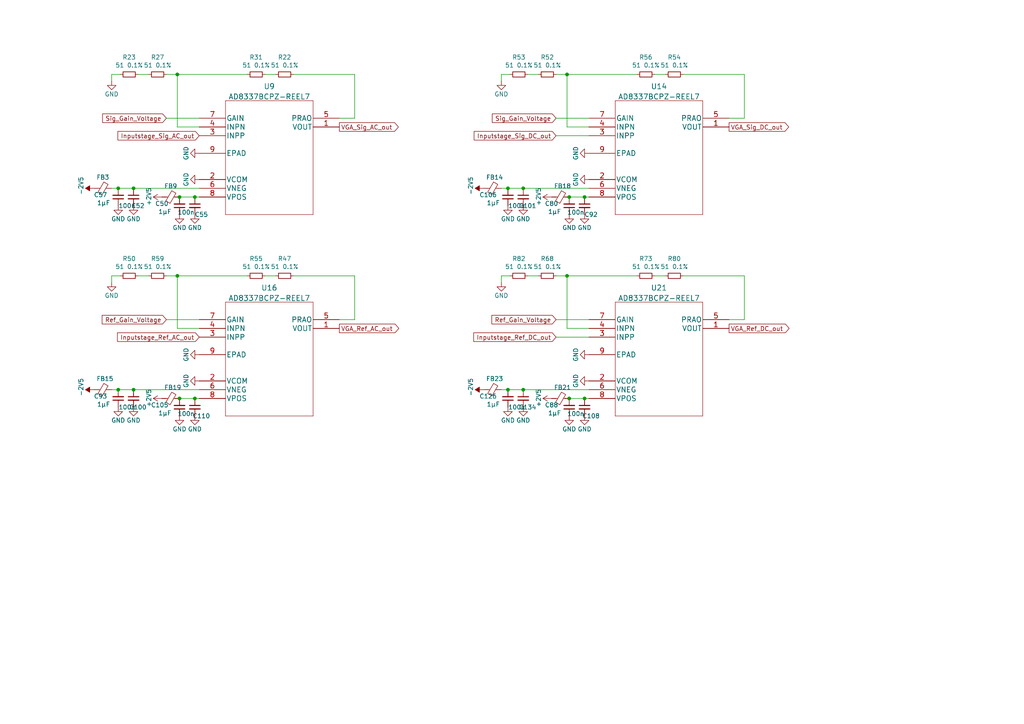
<source format=kicad_sch>
(kicad_sch (version 20211123) (generator eeschema)

  (uuid 33afaf22-dd47-4286-9527-2855ea7f1693)

  (paper "A4")

  (lib_symbols
    (symbol "AD8337:AD8337BCPZ-REEL7" (pin_names (offset 0.254)) (in_bom yes) (on_board yes)
      (property "Reference" "U" (id 0) (at 20.32 10.16 0)
        (effects (font (size 1.524 1.524)))
      )
      (property "Value" "AD8337BCPZ-REEL7" (id 1) (at 20.32 7.62 0)
        (effects (font (size 1.524 1.524)))
      )
      (property "Footprint" "CP_8_13_ADI" (id 2) (at 20.32 6.096 0)
        (effects (font (size 1.524 1.524)) hide)
      )
      (property "Datasheet" "" (id 3) (at 0 0 0)
        (effects (font (size 1.524 1.524)))
      )
      (property "ki_locked" "" (id 4) (at 0 0 0)
        (effects (font (size 1.27 1.27)))
      )
      (property "ki_fp_filters" "CP_8_13_ADI CP_8_13_ADI-M CP_8_13_ADI-L" (id 5) (at 0 0 0)
        (effects (font (size 1.27 1.27)) hide)
      )
      (symbol "AD8337BCPZ-REEL7_1_1"
        (polyline
          (pts
            (xy 7.62 -27.94)
            (xy 33.02 -27.94)
          )
          (stroke (width 0.127) (type default) (color 0 0 0 0))
          (fill (type none))
        )
        (polyline
          (pts
            (xy 7.62 5.08)
            (xy 7.62 -27.94)
          )
          (stroke (width 0.127) (type default) (color 0 0 0 0))
          (fill (type none))
        )
        (polyline
          (pts
            (xy 33.02 -27.94)
            (xy 33.02 5.08)
          )
          (stroke (width 0.127) (type default) (color 0 0 0 0))
          (fill (type none))
        )
        (polyline
          (pts
            (xy 33.02 5.08)
            (xy 7.62 5.08)
          )
          (stroke (width 0.127) (type default) (color 0 0 0 0))
          (fill (type none))
        )
        (pin output line (at 40.64 -2.54 180) (length 7.62)
          (name "VOUT" (effects (font (size 1.4986 1.4986))))
          (number "1" (effects (font (size 1.4986 1.4986))))
        )
        (pin power_in line (at 0 -17.78 0) (length 7.62)
          (name "VCOM" (effects (font (size 1.4986 1.4986))))
          (number "2" (effects (font (size 1.4986 1.4986))))
        )
        (pin input line (at 0 -5.08 0) (length 7.62)
          (name "INPP" (effects (font (size 1.4986 1.4986))))
          (number "3" (effects (font (size 1.4986 1.4986))))
        )
        (pin input line (at 0 -2.54 0) (length 7.62)
          (name "INPN" (effects (font (size 1.4986 1.4986))))
          (number "4" (effects (font (size 1.4986 1.4986))))
        )
        (pin output line (at 40.64 0 180) (length 7.62)
          (name "PRAO" (effects (font (size 1.4986 1.4986))))
          (number "5" (effects (font (size 1.4986 1.4986))))
        )
        (pin power_in line (at 0 -20.32 0) (length 7.62)
          (name "VNEG" (effects (font (size 1.4986 1.4986))))
          (number "6" (effects (font (size 1.4986 1.4986))))
        )
        (pin input line (at 0 0 0) (length 7.62)
          (name "GAIN" (effects (font (size 1.4986 1.4986))))
          (number "7" (effects (font (size 1.4986 1.4986))))
        )
        (pin power_in line (at 0 -22.86 0) (length 7.62)
          (name "VPOS" (effects (font (size 1.4986 1.4986))))
          (number "8" (effects (font (size 1.4986 1.4986))))
        )
        (pin unspecified line (at 0 -10.16 0) (length 7.62)
          (name "EPAD" (effects (font (size 1.4986 1.4986))))
          (number "9" (effects (font (size 1.4986 1.4986))))
        )
      )
    )
    (symbol "Device:C_Small" (pin_numbers hide) (pin_names (offset 0.254) hide) (in_bom yes) (on_board yes)
      (property "Reference" "C" (id 0) (at 0.254 1.778 0)
        (effects (font (size 1.27 1.27)) (justify left))
      )
      (property "Value" "C_Small" (id 1) (at 0.254 -2.032 0)
        (effects (font (size 1.27 1.27)) (justify left))
      )
      (property "Footprint" "" (id 2) (at 0 0 0)
        (effects (font (size 1.27 1.27)) hide)
      )
      (property "Datasheet" "~" (id 3) (at 0 0 0)
        (effects (font (size 1.27 1.27)) hide)
      )
      (property "ki_keywords" "capacitor cap" (id 4) (at 0 0 0)
        (effects (font (size 1.27 1.27)) hide)
      )
      (property "ki_description" "Unpolarized capacitor, small symbol" (id 5) (at 0 0 0)
        (effects (font (size 1.27 1.27)) hide)
      )
      (property "ki_fp_filters" "C_*" (id 6) (at 0 0 0)
        (effects (font (size 1.27 1.27)) hide)
      )
      (symbol "C_Small_0_1"
        (polyline
          (pts
            (xy -1.524 -0.508)
            (xy 1.524 -0.508)
          )
          (stroke (width 0.3302) (type default) (color 0 0 0 0))
          (fill (type none))
        )
        (polyline
          (pts
            (xy -1.524 0.508)
            (xy 1.524 0.508)
          )
          (stroke (width 0.3048) (type default) (color 0 0 0 0))
          (fill (type none))
        )
      )
      (symbol "C_Small_1_1"
        (pin passive line (at 0 2.54 270) (length 2.032)
          (name "~" (effects (font (size 1.27 1.27))))
          (number "1" (effects (font (size 1.27 1.27))))
        )
        (pin passive line (at 0 -2.54 90) (length 2.032)
          (name "~" (effects (font (size 1.27 1.27))))
          (number "2" (effects (font (size 1.27 1.27))))
        )
      )
    )
    (symbol "Device:FerriteBead_Small" (pin_numbers hide) (pin_names (offset 0)) (in_bom yes) (on_board yes)
      (property "Reference" "FB" (id 0) (at 1.905 1.27 0)
        (effects (font (size 1.27 1.27)) (justify left))
      )
      (property "Value" "FerriteBead_Small" (id 1) (at 1.905 -1.27 0)
        (effects (font (size 1.27 1.27)) (justify left))
      )
      (property "Footprint" "" (id 2) (at -1.778 0 90)
        (effects (font (size 1.27 1.27)) hide)
      )
      (property "Datasheet" "~" (id 3) (at 0 0 0)
        (effects (font (size 1.27 1.27)) hide)
      )
      (property "ki_keywords" "L ferrite bead inductor filter" (id 4) (at 0 0 0)
        (effects (font (size 1.27 1.27)) hide)
      )
      (property "ki_description" "Ferrite bead, small symbol" (id 5) (at 0 0 0)
        (effects (font (size 1.27 1.27)) hide)
      )
      (property "ki_fp_filters" "Inductor_* L_* *Ferrite*" (id 6) (at 0 0 0)
        (effects (font (size 1.27 1.27)) hide)
      )
      (symbol "FerriteBead_Small_0_1"
        (polyline
          (pts
            (xy 0 -1.27)
            (xy 0 -0.7874)
          )
          (stroke (width 0) (type default) (color 0 0 0 0))
          (fill (type none))
        )
        (polyline
          (pts
            (xy 0 0.889)
            (xy 0 1.2954)
          )
          (stroke (width 0) (type default) (color 0 0 0 0))
          (fill (type none))
        )
        (polyline
          (pts
            (xy -1.8288 0.2794)
            (xy -1.1176 1.4986)
            (xy 1.8288 -0.2032)
            (xy 1.1176 -1.4224)
            (xy -1.8288 0.2794)
          )
          (stroke (width 0) (type default) (color 0 0 0 0))
          (fill (type none))
        )
      )
      (symbol "FerriteBead_Small_1_1"
        (pin passive line (at 0 2.54 270) (length 1.27)
          (name "~" (effects (font (size 1.27 1.27))))
          (number "1" (effects (font (size 1.27 1.27))))
        )
        (pin passive line (at 0 -2.54 90) (length 1.27)
          (name "~" (effects (font (size 1.27 1.27))))
          (number "2" (effects (font (size 1.27 1.27))))
        )
      )
    )
    (symbol "Device:R_Small" (pin_numbers hide) (pin_names (offset 0.254) hide) (in_bom yes) (on_board yes)
      (property "Reference" "R" (id 0) (at 0.762 0.508 0)
        (effects (font (size 1.27 1.27)) (justify left))
      )
      (property "Value" "R_Small" (id 1) (at 0.762 -1.016 0)
        (effects (font (size 1.27 1.27)) (justify left))
      )
      (property "Footprint" "" (id 2) (at 0 0 0)
        (effects (font (size 1.27 1.27)) hide)
      )
      (property "Datasheet" "~" (id 3) (at 0 0 0)
        (effects (font (size 1.27 1.27)) hide)
      )
      (property "ki_keywords" "R resistor" (id 4) (at 0 0 0)
        (effects (font (size 1.27 1.27)) hide)
      )
      (property "ki_description" "Resistor, small symbol" (id 5) (at 0 0 0)
        (effects (font (size 1.27 1.27)) hide)
      )
      (property "ki_fp_filters" "R_*" (id 6) (at 0 0 0)
        (effects (font (size 1.27 1.27)) hide)
      )
      (symbol "R_Small_0_1"
        (rectangle (start -0.762 1.778) (end 0.762 -1.778)
          (stroke (width 0.2032) (type default) (color 0 0 0 0))
          (fill (type none))
        )
      )
      (symbol "R_Small_1_1"
        (pin passive line (at 0 2.54 270) (length 0.762)
          (name "~" (effects (font (size 1.27 1.27))))
          (number "1" (effects (font (size 1.27 1.27))))
        )
        (pin passive line (at 0 -2.54 90) (length 0.762)
          (name "~" (effects (font (size 1.27 1.27))))
          (number "2" (effects (font (size 1.27 1.27))))
        )
      )
    )
    (symbol "power:+2V5" (power) (pin_names (offset 0)) (in_bom yes) (on_board yes)
      (property "Reference" "#PWR" (id 0) (at 0 -3.81 0)
        (effects (font (size 1.27 1.27)) hide)
      )
      (property "Value" "+2V5" (id 1) (at 0 3.556 0)
        (effects (font (size 1.27 1.27)))
      )
      (property "Footprint" "" (id 2) (at 0 0 0)
        (effects (font (size 1.27 1.27)) hide)
      )
      (property "Datasheet" "" (id 3) (at 0 0 0)
        (effects (font (size 1.27 1.27)) hide)
      )
      (property "ki_keywords" "power-flag" (id 4) (at 0 0 0)
        (effects (font (size 1.27 1.27)) hide)
      )
      (property "ki_description" "Power symbol creates a global label with name \"+2V5\"" (id 5) (at 0 0 0)
        (effects (font (size 1.27 1.27)) hide)
      )
      (symbol "+2V5_0_1"
        (polyline
          (pts
            (xy -0.762 1.27)
            (xy 0 2.54)
          )
          (stroke (width 0) (type default) (color 0 0 0 0))
          (fill (type none))
        )
        (polyline
          (pts
            (xy 0 0)
            (xy 0 2.54)
          )
          (stroke (width 0) (type default) (color 0 0 0 0))
          (fill (type none))
        )
        (polyline
          (pts
            (xy 0 2.54)
            (xy 0.762 1.27)
          )
          (stroke (width 0) (type default) (color 0 0 0 0))
          (fill (type none))
        )
      )
      (symbol "+2V5_1_1"
        (pin power_in line (at 0 0 90) (length 0) hide
          (name "+2V5" (effects (font (size 1.27 1.27))))
          (number "1" (effects (font (size 1.27 1.27))))
        )
      )
    )
    (symbol "power:-2V5" (power) (pin_names (offset 0)) (in_bom yes) (on_board yes)
      (property "Reference" "#PWR" (id 0) (at 0 2.54 0)
        (effects (font (size 1.27 1.27)) hide)
      )
      (property "Value" "-2V5" (id 1) (at 0 3.81 0)
        (effects (font (size 1.27 1.27)))
      )
      (property "Footprint" "" (id 2) (at 0 0 0)
        (effects (font (size 1.27 1.27)) hide)
      )
      (property "Datasheet" "" (id 3) (at 0 0 0)
        (effects (font (size 1.27 1.27)) hide)
      )
      (property "ki_keywords" "power-flag" (id 4) (at 0 0 0)
        (effects (font (size 1.27 1.27)) hide)
      )
      (property "ki_description" "Power symbol creates a global label with name \"-2V5\"" (id 5) (at 0 0 0)
        (effects (font (size 1.27 1.27)) hide)
      )
      (symbol "-2V5_0_0"
        (pin power_in line (at 0 0 90) (length 0) hide
          (name "-2V5" (effects (font (size 1.27 1.27))))
          (number "1" (effects (font (size 1.27 1.27))))
        )
      )
      (symbol "-2V5_0_1"
        (polyline
          (pts
            (xy 0 0)
            (xy 0 1.27)
            (xy 0.762 1.27)
            (xy 0 2.54)
            (xy -0.762 1.27)
            (xy 0 1.27)
          )
          (stroke (width 0) (type default) (color 0 0 0 0))
          (fill (type outline))
        )
      )
    )
    (symbol "power:GND" (power) (pin_names (offset 0)) (in_bom yes) (on_board yes)
      (property "Reference" "#PWR" (id 0) (at 0 -6.35 0)
        (effects (font (size 1.27 1.27)) hide)
      )
      (property "Value" "GND" (id 1) (at 0 -3.81 0)
        (effects (font (size 1.27 1.27)))
      )
      (property "Footprint" "" (id 2) (at 0 0 0)
        (effects (font (size 1.27 1.27)) hide)
      )
      (property "Datasheet" "" (id 3) (at 0 0 0)
        (effects (font (size 1.27 1.27)) hide)
      )
      (property "ki_keywords" "power-flag" (id 4) (at 0 0 0)
        (effects (font (size 1.27 1.27)) hide)
      )
      (property "ki_description" "Power symbol creates a global label with name \"GND\" , ground" (id 5) (at 0 0 0)
        (effects (font (size 1.27 1.27)) hide)
      )
      (symbol "GND_0_1"
        (polyline
          (pts
            (xy 0 0)
            (xy 0 -1.27)
            (xy 1.27 -1.27)
            (xy 0 -2.54)
            (xy -1.27 -1.27)
            (xy 0 -1.27)
          )
          (stroke (width 0) (type default) (color 0 0 0 0))
          (fill (type none))
        )
      )
      (symbol "GND_1_1"
        (pin power_in line (at 0 0 270) (length 0) hide
          (name "GND" (effects (font (size 1.27 1.27))))
          (number "1" (effects (font (size 1.27 1.27))))
        )
      )
    )
  )

  (junction (at 52.07 57.15) (diameter 0) (color 0 0 0 0)
    (uuid 03a95290-b14d-44b9-854f-f8f386fd8c0f)
  )
  (junction (at 38.735 54.61) (diameter 0) (color 0 0 0 0)
    (uuid 08c7ef5e-ad9f-4097-881b-04e391b42d6a)
  )
  (junction (at 151.765 113.03) (diameter 0) (color 0 0 0 0)
    (uuid 09623e32-d081-475d-9da8-72695431d2dc)
  )
  (junction (at 147.32 54.61) (diameter 0) (color 0 0 0 0)
    (uuid 16bee390-7f28-4337-9c5f-ff9a98bb2b81)
  )
  (junction (at 151.765 54.61) (diameter 0) (color 0 0 0 0)
    (uuid 2329717d-971f-4017-a749-5a4a585070f3)
  )
  (junction (at 34.29 54.61) (diameter 0) (color 0 0 0 0)
    (uuid 375e3e48-98ec-4a23-a7e7-306696825abd)
  )
  (junction (at 52.07 115.57) (diameter 0) (color 0 0 0 0)
    (uuid 419d5744-682f-4566-9b80-1bc7c618aa05)
  )
  (junction (at 56.515 57.15) (diameter 0) (color 0 0 0 0)
    (uuid 4315a0b4-d584-422a-b30b-34cda858abf7)
  )
  (junction (at 164.465 21.59) (diameter 0) (color 0 0 0 0)
    (uuid 46929ef1-0fda-4c5f-83f1-d9f7af865529)
  )
  (junction (at 169.545 57.15) (diameter 0) (color 0 0 0 0)
    (uuid 55abd937-20ae-4dfd-89af-3e2cea7a9341)
  )
  (junction (at 38.735 113.03) (diameter 0) (color 0 0 0 0)
    (uuid 5a50be86-64ec-43ca-a4a7-b220a0265e43)
  )
  (junction (at 51.435 21.59) (diameter 0) (color 0 0 0 0)
    (uuid 5c87e800-83de-4b3b-b9c3-6759397d0eab)
  )
  (junction (at 165.1 115.57) (diameter 0) (color 0 0 0 0)
    (uuid ab5fe6c8-8d13-4d24-a615-236c82eb55da)
  )
  (junction (at 34.29 113.03) (diameter 0) (color 0 0 0 0)
    (uuid baf7f01b-9879-4b44-a547-86c620e833e7)
  )
  (junction (at 165.1 57.15) (diameter 0) (color 0 0 0 0)
    (uuid c8399cc4-42dd-4c86-acc9-2265dc10a059)
  )
  (junction (at 147.32 113.03) (diameter 0) (color 0 0 0 0)
    (uuid d06022f8-f253-42d7-a9cf-3a16c0804d0e)
  )
  (junction (at 164.465 80.01) (diameter 0) (color 0 0 0 0)
    (uuid db9d454a-73ed-4e38-8220-a0a8a3bea306)
  )
  (junction (at 51.435 80.01) (diameter 0) (color 0 0 0 0)
    (uuid edbd41fd-d793-4379-9adf-80c8c698483a)
  )
  (junction (at 56.515 115.57) (diameter 0) (color 0 0 0 0)
    (uuid edec0dda-3073-4b06-b025-6863fa931646)
  )
  (junction (at 169.545 115.57) (diameter 0) (color 0 0 0 0)
    (uuid fafb81c9-4fe3-4ae5-918c-cc94402b0507)
  )

  (wire (pts (xy 145.415 81.915) (xy 145.415 80.01))
    (stroke (width 0) (type default) (color 0 0 0 0))
    (uuid 06519eb4-4924-4801-a8d2-870d0b762c04)
  )
  (wire (pts (xy 215.9 80.01) (xy 198.12 80.01))
    (stroke (width 0) (type default) (color 0 0 0 0))
    (uuid 0af85df6-868a-4628-a6f4-3f1771b29cc7)
  )
  (wire (pts (xy 32.385 81.915) (xy 32.385 80.01))
    (stroke (width 0) (type default) (color 0 0 0 0))
    (uuid 155f7e5f-1289-4bc4-aeaf-03a27ef5ebfc)
  )
  (wire (pts (xy 153.035 21.59) (xy 156.21 21.59))
    (stroke (width 0) (type default) (color 0 0 0 0))
    (uuid 1829b32a-a0f4-4843-8215-a14d87d8b3a9)
  )
  (wire (pts (xy 34.29 113.03) (xy 38.735 113.03))
    (stroke (width 0) (type default) (color 0 0 0 0))
    (uuid 2015ebb3-055c-44dd-bb1b-8323781941ec)
  )
  (wire (pts (xy 38.735 54.61) (xy 57.785 54.61))
    (stroke (width 0) (type default) (color 0 0 0 0))
    (uuid 221cccf3-d31b-4802-99db-ac37f827326d)
  )
  (wire (pts (xy 51.435 80.01) (xy 51.435 95.25))
    (stroke (width 0) (type default) (color 0 0 0 0))
    (uuid 238ed453-0b5a-4d4b-bb4d-323488f8a2b8)
  )
  (wire (pts (xy 151.765 113.03) (xy 170.815 113.03))
    (stroke (width 0) (type default) (color 0 0 0 0))
    (uuid 2b8b0955-1797-46ba-97e6-6599b5d197b0)
  )
  (wire (pts (xy 32.385 80.01) (xy 34.925 80.01))
    (stroke (width 0) (type default) (color 0 0 0 0))
    (uuid 2bd3bdae-4193-44fc-a998-038f8a9e8037)
  )
  (wire (pts (xy 71.755 21.59) (xy 51.435 21.59))
    (stroke (width 0) (type default) (color 0 0 0 0))
    (uuid 34c0c860-0be7-4a9c-ae75-8a14de6c5fd5)
  )
  (wire (pts (xy 211.455 92.71) (xy 215.9 92.71))
    (stroke (width 0) (type default) (color 0 0 0 0))
    (uuid 36eee88c-df51-40fc-83c6-e28ad6590c3c)
  )
  (wire (pts (xy 38.735 113.03) (xy 57.785 113.03))
    (stroke (width 0) (type default) (color 0 0 0 0))
    (uuid 37e69510-bd1f-4bec-9456-ac43f1faf17f)
  )
  (wire (pts (xy 48.26 92.71) (xy 57.785 92.71))
    (stroke (width 0) (type default) (color 0 0 0 0))
    (uuid 38504bbe-b54b-4a04-ada5-9d938331c901)
  )
  (wire (pts (xy 184.785 21.59) (xy 164.465 21.59))
    (stroke (width 0) (type default) (color 0 0 0 0))
    (uuid 3cbf8577-5f8f-49c7-b73c-1b7df2288e68)
  )
  (wire (pts (xy 164.465 36.83) (xy 170.815 36.83))
    (stroke (width 0) (type default) (color 0 0 0 0))
    (uuid 3dd60e4f-4a06-4e06-8ab8-a3c21c6154a9)
  )
  (wire (pts (xy 98.425 92.71) (xy 102.87 92.71))
    (stroke (width 0) (type default) (color 0 0 0 0))
    (uuid 4082d7fa-8996-44e2-a9ce-0ddb7dc491e3)
  )
  (wire (pts (xy 193.04 80.01) (xy 189.865 80.01))
    (stroke (width 0) (type default) (color 0 0 0 0))
    (uuid 4524b012-b9e1-40f6-81fa-bcafad8915b2)
  )
  (wire (pts (xy 147.32 54.61) (xy 151.765 54.61))
    (stroke (width 0) (type default) (color 0 0 0 0))
    (uuid 47498529-e340-4d4a-8ef0-01a0f1363a14)
  )
  (wire (pts (xy 215.9 92.71) (xy 215.9 80.01))
    (stroke (width 0) (type default) (color 0 0 0 0))
    (uuid 4a98686d-1f87-428c-a24a-54e82db2397d)
  )
  (wire (pts (xy 165.1 115.57) (xy 169.545 115.57))
    (stroke (width 0) (type default) (color 0 0 0 0))
    (uuid 4c9fb152-976f-4bb4-9e75-2a55df2b1bb3)
  )
  (wire (pts (xy 80.01 80.01) (xy 76.835 80.01))
    (stroke (width 0) (type default) (color 0 0 0 0))
    (uuid 4ee13df6-7d0f-4ea7-8f56-2584a5c9305d)
  )
  (wire (pts (xy 32.385 113.03) (xy 34.29 113.03))
    (stroke (width 0) (type default) (color 0 0 0 0))
    (uuid 59fe72aa-d81c-4665-bb6b-f00663b4d0dd)
  )
  (wire (pts (xy 145.415 80.01) (xy 147.955 80.01))
    (stroke (width 0) (type default) (color 0 0 0 0))
    (uuid 5ddd858a-37f0-4e85-8a26-b7454a3ef4a8)
  )
  (wire (pts (xy 102.87 34.29) (xy 102.87 21.59))
    (stroke (width 0) (type default) (color 0 0 0 0))
    (uuid 71bba416-7757-453b-a687-558d612f52d8)
  )
  (wire (pts (xy 161.29 80.01) (xy 164.465 80.01))
    (stroke (width 0) (type default) (color 0 0 0 0))
    (uuid 73694690-ed5e-4485-b96b-e9848a327cd5)
  )
  (wire (pts (xy 51.435 21.59) (xy 51.435 36.83))
    (stroke (width 0) (type default) (color 0 0 0 0))
    (uuid 784be591-4b94-4a81-91c9-44ea496a42b2)
  )
  (wire (pts (xy 215.9 34.29) (xy 215.9 21.59))
    (stroke (width 0) (type default) (color 0 0 0 0))
    (uuid 7f4d1c5a-aac0-43d3-9984-e6cabb5ed1ea)
  )
  (wire (pts (xy 151.765 54.61) (xy 170.815 54.61))
    (stroke (width 0) (type default) (color 0 0 0 0))
    (uuid 805b65a1-07ad-4b60-b77b-b035f9dd0507)
  )
  (wire (pts (xy 40.005 80.01) (xy 43.18 80.01))
    (stroke (width 0) (type default) (color 0 0 0 0))
    (uuid 81db34e0-a733-482f-92c0-0964587fce3e)
  )
  (wire (pts (xy 165.1 57.15) (xy 169.545 57.15))
    (stroke (width 0) (type default) (color 0 0 0 0))
    (uuid 828483cd-7a5c-4152-ac69-593d3476e351)
  )
  (wire (pts (xy 211.455 34.29) (xy 215.9 34.29))
    (stroke (width 0) (type default) (color 0 0 0 0))
    (uuid 8411d7ac-469b-407a-be10-1c89466f15cf)
  )
  (wire (pts (xy 32.385 54.61) (xy 34.29 54.61))
    (stroke (width 0) (type default) (color 0 0 0 0))
    (uuid 8a64bf5c-f480-4bc2-bc19-f13ea47dfbbf)
  )
  (wire (pts (xy 169.545 115.57) (xy 170.815 115.57))
    (stroke (width 0) (type default) (color 0 0 0 0))
    (uuid 8a68b500-c36d-4bff-98f1-2776ce951454)
  )
  (wire (pts (xy 51.435 95.25) (xy 57.785 95.25))
    (stroke (width 0) (type default) (color 0 0 0 0))
    (uuid 8c55ac21-f326-4bc2-8397-db6b8613e854)
  )
  (wire (pts (xy 51.435 36.83) (xy 57.785 36.83))
    (stroke (width 0) (type default) (color 0 0 0 0))
    (uuid 8d8c20fa-f6f5-4fb9-8209-02f0042a79a6)
  )
  (wire (pts (xy 56.515 115.57) (xy 57.785 115.57))
    (stroke (width 0) (type default) (color 0 0 0 0))
    (uuid 9036615a-d487-4b7c-85f1-bc6132d606f5)
  )
  (wire (pts (xy 215.9 21.59) (xy 198.12 21.59))
    (stroke (width 0) (type default) (color 0 0 0 0))
    (uuid 907ea087-a59f-4d55-bddd-1260a8c0227e)
  )
  (wire (pts (xy 153.035 80.01) (xy 156.21 80.01))
    (stroke (width 0) (type default) (color 0 0 0 0))
    (uuid 9694d68e-2683-4b42-8adb-e87a684f53a6)
  )
  (wire (pts (xy 52.07 115.57) (xy 56.515 115.57))
    (stroke (width 0) (type default) (color 0 0 0 0))
    (uuid 9f467d01-52b8-4322-a2f2-c357e70ed586)
  )
  (wire (pts (xy 102.87 21.59) (xy 85.09 21.59))
    (stroke (width 0) (type default) (color 0 0 0 0))
    (uuid a0fef5cf-07c4-418a-b5fe-5e0c5f73d67d)
  )
  (wire (pts (xy 48.26 21.59) (xy 51.435 21.59))
    (stroke (width 0) (type default) (color 0 0 0 0))
    (uuid a1b93374-dd5f-4f07-9a75-397c75c19eba)
  )
  (wire (pts (xy 102.87 80.01) (xy 85.09 80.01))
    (stroke (width 0) (type default) (color 0 0 0 0))
    (uuid a4315489-ac2c-45f9-9f3e-fe5c53feff03)
  )
  (wire (pts (xy 40.005 21.59) (xy 43.18 21.59))
    (stroke (width 0) (type default) (color 0 0 0 0))
    (uuid a43e5238-cf21-400f-909d-c6de5c12019d)
  )
  (wire (pts (xy 164.465 21.59) (xy 164.465 36.83))
    (stroke (width 0) (type default) (color 0 0 0 0))
    (uuid a63cbe43-7784-4aa3-97fc-88d5640d1006)
  )
  (wire (pts (xy 184.785 80.01) (xy 164.465 80.01))
    (stroke (width 0) (type default) (color 0 0 0 0))
    (uuid aa77acfc-7bfb-426d-b09c-7cb96e3d5a69)
  )
  (wire (pts (xy 52.07 57.15) (xy 56.515 57.15))
    (stroke (width 0) (type default) (color 0 0 0 0))
    (uuid b606e1a6-80fd-4de7-88cb-53e1fd2fade2)
  )
  (wire (pts (xy 164.465 95.25) (xy 170.815 95.25))
    (stroke (width 0) (type default) (color 0 0 0 0))
    (uuid c0653bb4-59bd-4978-b7b2-9e8fd60bb78c)
  )
  (wire (pts (xy 102.87 92.71) (xy 102.87 80.01))
    (stroke (width 0) (type default) (color 0 0 0 0))
    (uuid c33b019d-ab68-4cab-801e-b9f7c156ff7d)
  )
  (wire (pts (xy 145.415 113.03) (xy 147.32 113.03))
    (stroke (width 0) (type default) (color 0 0 0 0))
    (uuid c661b63f-222f-4705-b570-a82b28a1fbc1)
  )
  (wire (pts (xy 161.29 34.29) (xy 170.815 34.29))
    (stroke (width 0) (type default) (color 0 0 0 0))
    (uuid c7e5bccd-507f-47db-8b6a-58664e338a67)
  )
  (wire (pts (xy 32.385 21.59) (xy 34.925 21.59))
    (stroke (width 0) (type default) (color 0 0 0 0))
    (uuid cac17714-4ab6-4ae6-9409-e1e80cc418dc)
  )
  (wire (pts (xy 34.29 54.61) (xy 38.735 54.61))
    (stroke (width 0) (type default) (color 0 0 0 0))
    (uuid cac63f21-5c2d-4f55-a588-801c1e24d8b9)
  )
  (wire (pts (xy 161.29 21.59) (xy 164.465 21.59))
    (stroke (width 0) (type default) (color 0 0 0 0))
    (uuid d2ae1f2e-dd2d-4805-a63e-b009d1559764)
  )
  (wire (pts (xy 48.26 34.29) (xy 57.785 34.29))
    (stroke (width 0) (type default) (color 0 0 0 0))
    (uuid d4cc00b9-6e56-40e9-9781-f37a6f4b2bec)
  )
  (wire (pts (xy 161.29 97.79) (xy 170.815 97.79))
    (stroke (width 0) (type default) (color 0 0 0 0))
    (uuid d9f149d3-09b7-42b1-94b9-3b553b34930f)
  )
  (wire (pts (xy 145.415 21.59) (xy 147.955 21.59))
    (stroke (width 0) (type default) (color 0 0 0 0))
    (uuid da14ff9b-bfdd-46a4-8da9-81b0062e9451)
  )
  (wire (pts (xy 147.32 113.03) (xy 151.765 113.03))
    (stroke (width 0) (type default) (color 0 0 0 0))
    (uuid dd47fe47-f24e-43ad-a240-7c3a951f57a2)
  )
  (wire (pts (xy 48.26 80.01) (xy 51.435 80.01))
    (stroke (width 0) (type default) (color 0 0 0 0))
    (uuid e2c4a8e8-0a06-48f1-8c74-1047ca19689f)
  )
  (wire (pts (xy 56.515 57.15) (xy 57.785 57.15))
    (stroke (width 0) (type default) (color 0 0 0 0))
    (uuid e39749cc-e80d-4bc4-bca9-b6530a90205b)
  )
  (wire (pts (xy 145.415 54.61) (xy 147.32 54.61))
    (stroke (width 0) (type default) (color 0 0 0 0))
    (uuid e4af8de0-637e-4a2c-9c65-9c78e2b85fed)
  )
  (wire (pts (xy 169.545 57.15) (xy 170.815 57.15))
    (stroke (width 0) (type default) (color 0 0 0 0))
    (uuid e5c2ce6c-65d5-44e4-8d35-78ed10ded10d)
  )
  (wire (pts (xy 161.29 39.37) (xy 170.815 39.37))
    (stroke (width 0) (type default) (color 0 0 0 0))
    (uuid eed16d47-73cf-4980-9af8-7fddf8e18b02)
  )
  (wire (pts (xy 80.01 21.59) (xy 76.835 21.59))
    (stroke (width 0) (type default) (color 0 0 0 0))
    (uuid eedd2e31-80e4-4d34-a230-cff4c710784f)
  )
  (wire (pts (xy 98.425 34.29) (xy 102.87 34.29))
    (stroke (width 0) (type default) (color 0 0 0 0))
    (uuid f1a972d1-3d55-4577-86e0-d885ecd91885)
  )
  (wire (pts (xy 164.465 80.01) (xy 164.465 95.25))
    (stroke (width 0) (type default) (color 0 0 0 0))
    (uuid f7952960-ab36-451c-ae87-0de1ee14ac41)
  )
  (wire (pts (xy 32.385 23.495) (xy 32.385 21.59))
    (stroke (width 0) (type default) (color 0 0 0 0))
    (uuid f80d06e6-f1c8-464e-be11-848b699985ef)
  )
  (wire (pts (xy 193.04 21.59) (xy 189.865 21.59))
    (stroke (width 0) (type default) (color 0 0 0 0))
    (uuid fa5fb521-ac5c-48c9-b193-2a1e6663f9c2)
  )
  (wire (pts (xy 161.29 92.71) (xy 170.815 92.71))
    (stroke (width 0) (type default) (color 0 0 0 0))
    (uuid fad15deb-7ea8-4599-af32-899a5289a938)
  )
  (wire (pts (xy 145.415 23.495) (xy 145.415 21.59))
    (stroke (width 0) (type default) (color 0 0 0 0))
    (uuid fc94b390-0655-471c-aeaa-99f7d45361f1)
  )
  (wire (pts (xy 71.755 80.01) (xy 51.435 80.01))
    (stroke (width 0) (type default) (color 0 0 0 0))
    (uuid ffbe7039-5867-4c49-af67-86f40f60c752)
  )

  (global_label "Inputstage_Sig_DC_out" (shape input) (at 161.29 39.37 180) (fields_autoplaced)
    (effects (font (size 1.27 1.27)) (justify right))
    (uuid 21103625-3050-4a20-b6bb-0996829256ff)
    (property "Intersheet References" "${INTERSHEET_REFS}" (id 0) (at 137.6177 39.2906 0)
      (effects (font (size 1.27 1.27)) (justify right) hide)
    )
  )
  (global_label "VGA_Ref_AC_out" (shape output) (at 98.425 95.25 0) (fields_autoplaced)
    (effects (font (size 1.27 1.27)) (justify left))
    (uuid 25b8f724-5edf-4680-9888-aea048b84c71)
    (property "Intersheet References" "${INTERSHEET_REFS}" (id 0) (at 115.5659 95.1706 0)
      (effects (font (size 1.27 1.27)) (justify left) hide)
    )
  )
  (global_label "VGA_Sig_DC_out" (shape output) (at 211.455 36.83 0) (fields_autoplaced)
    (effects (font (size 1.27 1.27)) (justify left))
    (uuid 4d3481b4-56ac-43af-ad6f-75f5ff2d21f8)
    (property "Intersheet References" "${INTERSHEET_REFS}" (id 0) (at 228.6563 36.7506 0)
      (effects (font (size 1.27 1.27)) (justify left) hide)
    )
  )
  (global_label "Sig_Gain_Voltage" (shape input) (at 161.29 34.29 180) (fields_autoplaced)
    (effects (font (size 1.27 1.27)) (justify right))
    (uuid 51c03b4f-250e-4e68-b621-eb4c8e640d10)
    (property "Intersheet References" "${INTERSHEET_REFS}" (id 0) (at 142.8791 34.3694 0)
      (effects (font (size 1.27 1.27)) (justify right) hide)
    )
  )
  (global_label "Inputstage_Ref_AC_out" (shape input) (at 57.785 97.79 180) (fields_autoplaced)
    (effects (font (size 1.27 1.27)) (justify right))
    (uuid 8f2bc3f4-2800-4efb-bd85-839e0b55aecd)
    (property "Intersheet References" "${INTERSHEET_REFS}" (id 0) (at 34.1732 97.8694 0)
      (effects (font (size 1.27 1.27)) (justify right) hide)
    )
  )
  (global_label "Ref_Gain_Voltage" (shape input) (at 161.29 92.71 180) (fields_autoplaced)
    (effects (font (size 1.27 1.27)) (justify right))
    (uuid 9154d599-ca68-4779-936e-f84ef1f604a5)
    (property "Intersheet References" "${INTERSHEET_REFS}" (id 0) (at 142.7582 92.6306 0)
      (effects (font (size 1.27 1.27)) (justify right) hide)
    )
  )
  (global_label "VGA_Sig_AC_out" (shape output) (at 98.425 36.83 0) (fields_autoplaced)
    (effects (font (size 1.27 1.27)) (justify left))
    (uuid 96040156-56a0-4dfe-9965-ab0af11dae5f)
    (property "Intersheet References" "${INTERSHEET_REFS}" (id 0) (at 115.4449 36.7506 0)
      (effects (font (size 1.27 1.27)) (justify left) hide)
    )
  )
  (global_label "Ref_Gain_Voltage" (shape input) (at 48.26 92.71 180) (fields_autoplaced)
    (effects (font (size 1.27 1.27)) (justify right))
    (uuid b8977bda-9314-4431-85dd-0233d9aec84d)
    (property "Intersheet References" "${INTERSHEET_REFS}" (id 0) (at 29.7282 92.6306 0)
      (effects (font (size 1.27 1.27)) (justify right) hide)
    )
  )
  (global_label "Inputstage_Sig_AC_out" (shape input) (at 57.785 39.37 180) (fields_autoplaced)
    (effects (font (size 1.27 1.27)) (justify right))
    (uuid c9cbc479-e127-4c85-b300-392b8dec6cd8)
    (property "Intersheet References" "${INTERSHEET_REFS}" (id 0) (at 34.2941 39.4494 0)
      (effects (font (size 1.27 1.27)) (justify right) hide)
    )
  )
  (global_label "Sig_Gain_Voltage" (shape input) (at 48.26 34.29 180) (fields_autoplaced)
    (effects (font (size 1.27 1.27)) (justify right))
    (uuid d13896e5-a6d6-4a1c-a4e5-40628e0d9de6)
    (property "Intersheet References" "${INTERSHEET_REFS}" (id 0) (at 29.8491 34.3694 0)
      (effects (font (size 1.27 1.27)) (justify right) hide)
    )
  )
  (global_label "Inputstage_Ref_DC_out" (shape input) (at 161.29 97.79 180) (fields_autoplaced)
    (effects (font (size 1.27 1.27)) (justify right))
    (uuid d64057d4-2d76-4d68-88a6-86a826d53ce8)
    (property "Intersheet References" "${INTERSHEET_REFS}" (id 0) (at 137.4968 97.7106 0)
      (effects (font (size 1.27 1.27)) (justify right) hide)
    )
  )
  (global_label "VGA_Ref_DC_out" (shape output) (at 211.455 95.25 0) (fields_autoplaced)
    (effects (font (size 1.27 1.27)) (justify left))
    (uuid f88fed25-75f2-4268-a2d6-21495df22156)
    (property "Intersheet References" "${INTERSHEET_REFS}" (id 0) (at 228.7773 95.1706 0)
      (effects (font (size 1.27 1.27)) (justify left) hide)
    )
  )

  (symbol (lib_id "power:GND") (at 38.735 118.11 0) (unit 1)
    (in_bom yes) (on_board yes)
    (uuid 08f42134-ebb5-4332-8e06-3a4805c2bb5d)
    (property "Reference" "#PWR098" (id 0) (at 38.735 124.46 0)
      (effects (font (size 1.27 1.27)) hide)
    )
    (property "Value" "GND" (id 1) (at 38.735 121.92 0))
    (property "Footprint" "" (id 2) (at 38.735 118.11 0)
      (effects (font (size 1.27 1.27)) hide)
    )
    (property "Datasheet" "" (id 3) (at 38.735 118.11 0)
      (effects (font (size 1.27 1.27)) hide)
    )
    (pin "1" (uuid c9d7069b-568e-4adb-949f-686499bbedfc))
  )

  (symbol (lib_id "power:+2V5") (at 46.99 115.57 90) (unit 1)
    (in_bom yes) (on_board yes)
    (uuid 08f95c75-f4de-4929-aba2-5f0defc2181f)
    (property "Reference" "#PWR095" (id 0) (at 50.8 115.57 0)
      (effects (font (size 1.27 1.27)) hide)
    )
    (property "Value" "+2V5" (id 1) (at 43.18 118.11 0)
      (effects (font (size 1.27 1.27)) (justify left))
    )
    (property "Footprint" "" (id 2) (at 46.99 115.57 0)
      (effects (font (size 1.27 1.27)) hide)
    )
    (property "Datasheet" "" (id 3) (at 46.99 115.57 0)
      (effects (font (size 1.27 1.27)) hide)
    )
    (pin "1" (uuid 1cd6245d-bafc-4b4d-a376-7e82156bf6e8))
  )

  (symbol (lib_id "power:GND") (at 147.32 59.69 0) (unit 1)
    (in_bom yes) (on_board yes)
    (uuid 0a14b1e5-b5af-4927-9695-a9543c688cf5)
    (property "Reference" "#PWR081" (id 0) (at 147.32 66.04 0)
      (effects (font (size 1.27 1.27)) hide)
    )
    (property "Value" "GND" (id 1) (at 147.32 63.5 0))
    (property "Footprint" "" (id 2) (at 147.32 59.69 0)
      (effects (font (size 1.27 1.27)) hide)
    )
    (property "Datasheet" "" (id 3) (at 147.32 59.69 0)
      (effects (font (size 1.27 1.27)) hide)
    )
    (pin "1" (uuid 900d4937-16ad-48bb-b229-a9bf47cafb63))
  )

  (symbol (lib_id "power:GND") (at 38.735 59.69 0) (unit 1)
    (in_bom yes) (on_board yes)
    (uuid 0b50af86-5ea1-4668-be6d-187b46d25dc2)
    (property "Reference" "#PWR080" (id 0) (at 38.735 66.04 0)
      (effects (font (size 1.27 1.27)) hide)
    )
    (property "Value" "GND" (id 1) (at 38.735 63.5 0))
    (property "Footprint" "" (id 2) (at 38.735 59.69 0)
      (effects (font (size 1.27 1.27)) hide)
    )
    (property "Datasheet" "" (id 3) (at 38.735 59.69 0)
      (effects (font (size 1.27 1.27)) hide)
    )
    (pin "1" (uuid 3213c9d1-7091-4457-866e-792f63c6a372))
  )

  (symbol (lib_id "power:GND") (at 57.785 52.07 270) (unit 1)
    (in_bom yes) (on_board yes)
    (uuid 0bd9efd5-19c1-4366-b84d-7d9a1d6b6f20)
    (property "Reference" "#PWR073" (id 0) (at 51.435 52.07 0)
      (effects (font (size 1.27 1.27)) hide)
    )
    (property "Value" "GND" (id 1) (at 53.975 52.07 0))
    (property "Footprint" "" (id 2) (at 57.785 52.07 0)
      (effects (font (size 1.27 1.27)) hide)
    )
    (property "Datasheet" "" (id 3) (at 57.785 52.07 0)
      (effects (font (size 1.27 1.27)) hide)
    )
    (pin "1" (uuid b1f98472-35c5-416f-8ff5-41bb7ddf3016))
  )

  (symbol (lib_id "Device:C_Small") (at 38.735 115.57 0) (mirror y) (unit 1)
    (in_bom yes) (on_board yes)
    (uuid 0c3f62ee-f8e4-4633-9b01-8715b37d45f6)
    (property "Reference" "C100" (id 0) (at 40.005 118.11 0))
    (property "Value" "100n" (id 1) (at 36.83 118.11 0))
    (property "Footprint" "Capacitor_SMD:C_0402_1005Metric" (id 2) (at 38.735 115.57 0)
      (effects (font (size 1.27 1.27)) hide)
    )
    (property "Datasheet" "~" (id 3) (at 38.735 115.57 0)
      (effects (font (size 1.27 1.27)) hide)
    )
    (property "LCSC" "C1525" (id 4) (at 38.735 115.57 90)
      (effects (font (size 1.27 1.27)) hide)
    )
    (pin "1" (uuid e4b61ecf-f569-455a-9bbc-eff84532503e))
    (pin "2" (uuid 78b35982-21d5-4eda-9ca7-62daabed60b9))
  )

  (symbol (lib_id "Device:R_Small") (at 37.465 80.01 90) (unit 1)
    (in_bom yes) (on_board yes)
    (uuid 0eb3795b-d546-42da-8a80-4aa9a466f0de)
    (property "Reference" "R50" (id 0) (at 37.465 75.0316 90))
    (property "Value" "51 0.1%" (id 1) (at 37.465 77.343 90))
    (property "Footprint" "Resistor_SMD:R_0402_1005Metric" (id 2) (at 37.465 80.01 0)
      (effects (font (size 1.27 1.27)) hide)
    )
    (property "Datasheet" "~" (id 3) (at 37.465 80.01 0)
      (effects (font (size 1.27 1.27)) hide)
    )
    (property "LCSC" "C445570" (id 4) (at 37.465 80.01 90)
      (effects (font (size 1.27 1.27)) hide)
    )
    (pin "1" (uuid a52f0d09-b4b9-4fa2-ada1-2e28700d93af))
    (pin "2" (uuid 33535d92-88df-4fbf-a8c2-cf89582c1674))
  )

  (symbol (lib_id "power:GND") (at 52.07 62.23 0) (unit 1)
    (in_bom yes) (on_board yes)
    (uuid 0fe180c1-3bc0-411a-9574-5a140caaaa98)
    (property "Reference" "#PWR083" (id 0) (at 52.07 68.58 0)
      (effects (font (size 1.27 1.27)) hide)
    )
    (property "Value" "GND" (id 1) (at 52.07 66.04 0))
    (property "Footprint" "" (id 2) (at 52.07 62.23 0)
      (effects (font (size 1.27 1.27)) hide)
    )
    (property "Datasheet" "" (id 3) (at 52.07 62.23 0)
      (effects (font (size 1.27 1.27)) hide)
    )
    (pin "1" (uuid 0ba6346c-a009-4eb4-93b8-34edd15e8263))
  )

  (symbol (lib_id "Device:R_Small") (at 187.325 80.01 90) (unit 1)
    (in_bom yes) (on_board yes)
    (uuid 1c832ce4-17b2-4113-9176-a2e1f30ab88d)
    (property "Reference" "R73" (id 0) (at 187.325 75.0316 90))
    (property "Value" "51 0.1%" (id 1) (at 187.325 77.343 90))
    (property "Footprint" "Resistor_SMD:R_0402_1005Metric" (id 2) (at 187.325 80.01 0)
      (effects (font (size 1.27 1.27)) hide)
    )
    (property "Datasheet" "~" (id 3) (at 187.325 80.01 0)
      (effects (font (size 1.27 1.27)) hide)
    )
    (property "LCSC" "C445570" (id 4) (at 187.325 80.01 90)
      (effects (font (size 1.27 1.27)) hide)
    )
    (pin "1" (uuid 2aa227c2-fb18-4d7c-ae83-fbf2e823de7a))
    (pin "2" (uuid f476c954-b4a6-4ec4-85ad-ac972e3e2c8b))
  )

  (symbol (lib_id "power:GND") (at 57.785 102.87 270) (unit 1)
    (in_bom yes) (on_board yes)
    (uuid 1cb940ba-24a9-46a4-acd4-af06c715e6e4)
    (property "Reference" "#PWR089" (id 0) (at 51.435 102.87 0)
      (effects (font (size 1.27 1.27)) hide)
    )
    (property "Value" "GND" (id 1) (at 53.975 102.87 0))
    (property "Footprint" "" (id 2) (at 57.785 102.87 0)
      (effects (font (size 1.27 1.27)) hide)
    )
    (property "Datasheet" "" (id 3) (at 57.785 102.87 0)
      (effects (font (size 1.27 1.27)) hide)
    )
    (pin "1" (uuid 443cd210-dee1-42fc-a6b7-86bb64dc72f4))
  )

  (symbol (lib_id "power:GND") (at 56.515 62.23 0) (unit 1)
    (in_bom yes) (on_board yes)
    (uuid 1fdea2eb-4519-4e4d-a724-a65170a890a4)
    (property "Reference" "#PWR084" (id 0) (at 56.515 68.58 0)
      (effects (font (size 1.27 1.27)) hide)
    )
    (property "Value" "GND" (id 1) (at 56.515 66.04 0))
    (property "Footprint" "" (id 2) (at 56.515 62.23 0)
      (effects (font (size 1.27 1.27)) hide)
    )
    (property "Datasheet" "" (id 3) (at 56.515 62.23 0)
      (effects (font (size 1.27 1.27)) hide)
    )
    (pin "1" (uuid 8b352f62-a8ae-408a-b43f-71d44c3bab37))
  )

  (symbol (lib_id "Device:FerriteBead_Small") (at 49.53 57.15 270) (unit 1)
    (in_bom yes) (on_board yes)
    (uuid 211764fd-ae09-431e-b944-6af42d93e76d)
    (property "Reference" "FB9" (id 0) (at 47.625 53.975 90)
      (effects (font (size 1.27 1.27)) (justify left))
    )
    (property "Value" "Ferrite_Bead_Small" (id 1) (at 45.085 53.975 90)
      (effects (font (size 1.27 1.27)) (justify left) hide)
    )
    (property "Footprint" "Inductor_SMD:L_0603_1608Metric" (id 2) (at 49.53 55.372 90)
      (effects (font (size 1.27 1.27)) hide)
    )
    (property "Datasheet" "~" (id 3) (at 49.53 57.15 0)
      (effects (font (size 1.27 1.27)) hide)
    )
    (property "LCSC" "C1002" (id 4) (at 49.53 57.15 0)
      (effects (font (size 1.27 1.27)) hide)
    )
    (pin "1" (uuid ee30b125-0cce-4190-afbb-83ef43f8f075))
    (pin "2" (uuid bfb52f06-c889-4366-a5c1-5d71022edb5b))
  )

  (symbol (lib_id "Device:R_Small") (at 195.58 21.59 90) (unit 1)
    (in_bom yes) (on_board yes)
    (uuid 22947248-c87a-471c-bd12-f8883c957a75)
    (property "Reference" "R54" (id 0) (at 195.58 16.6116 90))
    (property "Value" "51 0.1%" (id 1) (at 195.58 18.923 90))
    (property "Footprint" "Resistor_SMD:R_0402_1005Metric" (id 2) (at 195.58 21.59 0)
      (effects (font (size 1.27 1.27)) hide)
    )
    (property "Datasheet" "~" (id 3) (at 195.58 21.59 0)
      (effects (font (size 1.27 1.27)) hide)
    )
    (property "LCSC" "C445570" (id 4) (at 195.58 21.59 90)
      (effects (font (size 1.27 1.27)) hide)
    )
    (pin "1" (uuid e5accd7d-2498-41cc-ad25-d0d7d0b2d001))
    (pin "2" (uuid 018fecde-d755-466d-aa31-00429b5d665b))
  )

  (symbol (lib_id "AD8337:AD8337BCPZ-REEL7") (at 170.815 92.71 0) (unit 1)
    (in_bom yes) (on_board yes) (fields_autoplaced)
    (uuid 233496d6-6996-4d54-97c8-f33bc713bd42)
    (property "Reference" "U21" (id 0) (at 191.135 83.4824 0)
      (effects (font (size 1.524 1.524)))
    )
    (property "Value" "AD8337BCPZ-REEL7" (id 1) (at 191.135 86.4758 0)
      (effects (font (size 1.524 1.524)))
    )
    (property "Footprint" "Package_CSP:LFCSP-8-1EP_3x3mm_P0.5mm_EP1.45x1.74mm" (id 2) (at 191.135 86.614 0)
      (effects (font (size 1.524 1.524)) hide)
    )
    (property "Datasheet" "" (id 3) (at 170.815 92.71 0)
      (effects (font (size 1.524 1.524)))
    )
    (pin "1" (uuid 64833d36-1d6e-4f0e-89f9-09613e486cf9))
    (pin "2" (uuid a467b9d7-4814-420d-981a-0ae2bc04b736))
    (pin "3" (uuid 69e04340-d53b-4f1b-90d9-3d9d41d1c084))
    (pin "4" (uuid d15c4b56-5518-40ef-8380-1d23b41a8a79))
    (pin "5" (uuid 43a62efc-5a29-447e-848e-31d689a29e62))
    (pin "6" (uuid 0b553998-8c9f-40ab-a518-a4db6a872aa6))
    (pin "7" (uuid 164a8bcc-1458-478d-8b4a-171ac0a45ff2))
    (pin "8" (uuid 82ec1e95-efaa-4e84-b75e-3bcd9067a40c))
    (pin "9" (uuid 1cbf6cf4-d700-4ebb-a1eb-472588f5acc4))
  )

  (symbol (lib_id "Device:C_Small") (at 56.515 59.69 0) (mirror y) (unit 1)
    (in_bom yes) (on_board yes)
    (uuid 2449d3bd-902e-4e7e-a438-dbc5e101063c)
    (property "Reference" "C55" (id 0) (at 58.42 62.23 0))
    (property "Value" "100n" (id 1) (at 53.975 61.595 0))
    (property "Footprint" "Capacitor_SMD:C_0402_1005Metric" (id 2) (at 56.515 59.69 0)
      (effects (font (size 1.27 1.27)) hide)
    )
    (property "Datasheet" "~" (id 3) (at 56.515 59.69 0)
      (effects (font (size 1.27 1.27)) hide)
    )
    (property "LCSC" "C1525" (id 4) (at 56.515 59.69 90)
      (effects (font (size 1.27 1.27)) hide)
    )
    (pin "1" (uuid 6e978ff3-7652-483b-b654-e22b274188ff))
    (pin "2" (uuid 1b473425-bdcb-4250-9dbf-2f007c4e830c))
  )

  (symbol (lib_id "power:GND") (at 151.765 118.11 0) (unit 1)
    (in_bom yes) (on_board yes)
    (uuid 24da8b02-961f-4478-8c51-e2eba88b7fab)
    (property "Reference" "#PWR0100" (id 0) (at 151.765 124.46 0)
      (effects (font (size 1.27 1.27)) hide)
    )
    (property "Value" "GND" (id 1) (at 151.765 121.92 0))
    (property "Footprint" "" (id 2) (at 151.765 118.11 0)
      (effects (font (size 1.27 1.27)) hide)
    )
    (property "Datasheet" "" (id 3) (at 151.765 118.11 0)
      (effects (font (size 1.27 1.27)) hide)
    )
    (pin "1" (uuid 4bdca7e0-78b8-4434-9342-03655ce93a94))
  )

  (symbol (lib_id "power:GND") (at 147.32 118.11 0) (unit 1)
    (in_bom yes) (on_board yes)
    (uuid 275620e3-1a38-4245-8ef2-414b91e8e5ab)
    (property "Reference" "#PWR099" (id 0) (at 147.32 124.46 0)
      (effects (font (size 1.27 1.27)) hide)
    )
    (property "Value" "GND" (id 1) (at 147.32 121.92 0))
    (property "Footprint" "" (id 2) (at 147.32 118.11 0)
      (effects (font (size 1.27 1.27)) hide)
    )
    (property "Datasheet" "" (id 3) (at 147.32 118.11 0)
      (effects (font (size 1.27 1.27)) hide)
    )
    (pin "1" (uuid 3ff069c3-3789-4249-a799-5bc30756eeee))
  )

  (symbol (lib_id "power:GND") (at 170.815 52.07 270) (unit 1)
    (in_bom yes) (on_board yes)
    (uuid 292b129f-1607-45b3-88a6-7669adfb58dd)
    (property "Reference" "#PWR074" (id 0) (at 164.465 52.07 0)
      (effects (font (size 1.27 1.27)) hide)
    )
    (property "Value" "GND" (id 1) (at 167.005 52.07 0))
    (property "Footprint" "" (id 2) (at 170.815 52.07 0)
      (effects (font (size 1.27 1.27)) hide)
    )
    (property "Datasheet" "" (id 3) (at 170.815 52.07 0)
      (effects (font (size 1.27 1.27)) hide)
    )
    (pin "1" (uuid 37efce4c-3402-44d9-82a0-ca8dfe00bb3c))
  )

  (symbol (lib_id "power:-2V5") (at 27.305 54.61 90) (unit 1)
    (in_bom yes) (on_board yes)
    (uuid 2a207ad2-604c-434f-b1ca-12c1e714154c)
    (property "Reference" "#PWR075" (id 0) (at 24.765 54.61 0)
      (effects (font (size 1.27 1.27)) hide)
    )
    (property "Value" "-2V5" (id 1) (at 23.495 56.515 0)
      (effects (font (size 1.27 1.27)) (justify left))
    )
    (property "Footprint" "" (id 2) (at 27.305 54.61 0)
      (effects (font (size 1.27 1.27)) hide)
    )
    (property "Datasheet" "" (id 3) (at 27.305 54.61 0)
      (effects (font (size 1.27 1.27)) hide)
    )
    (pin "1" (uuid b0767f90-858c-4909-8e87-c42c94d59b25))
  )

  (symbol (lib_id "Device:C_Small") (at 169.545 118.11 0) (mirror y) (unit 1)
    (in_bom yes) (on_board yes)
    (uuid 321f001a-2982-406d-a980-83616ab837ad)
    (property "Reference" "C108" (id 0) (at 171.45 120.65 0))
    (property "Value" "100n" (id 1) (at 167.005 120.015 0))
    (property "Footprint" "Capacitor_SMD:C_0402_1005Metric" (id 2) (at 169.545 118.11 0)
      (effects (font (size 1.27 1.27)) hide)
    )
    (property "Datasheet" "~" (id 3) (at 169.545 118.11 0)
      (effects (font (size 1.27 1.27)) hide)
    )
    (property "LCSC" "C1525" (id 4) (at 169.545 118.11 90)
      (effects (font (size 1.27 1.27)) hide)
    )
    (pin "1" (uuid 65911436-3512-4312-b13e-1052036ea8d0))
    (pin "2" (uuid e69ce93f-5c26-4f2a-bbdd-afd16da29a42))
  )

  (symbol (lib_id "Device:R_Small") (at 82.55 80.01 90) (unit 1)
    (in_bom yes) (on_board yes)
    (uuid 35bd8bed-0a4c-41af-bf8c-a903ce80a3d5)
    (property "Reference" "R47" (id 0) (at 82.55 75.0316 90))
    (property "Value" "51 0.1%" (id 1) (at 82.55 77.343 90))
    (property "Footprint" "Resistor_SMD:R_0402_1005Metric" (id 2) (at 82.55 80.01 0)
      (effects (font (size 1.27 1.27)) hide)
    )
    (property "Datasheet" "~" (id 3) (at 82.55 80.01 0)
      (effects (font (size 1.27 1.27)) hide)
    )
    (property "LCSC" "C445570" (id 4) (at 82.55 80.01 90)
      (effects (font (size 1.27 1.27)) hide)
    )
    (pin "1" (uuid 4f31ea61-067c-438e-9bd2-ca00c0645f68))
    (pin "2" (uuid 0ffa8afc-4c34-455a-98d5-cf1e4cd1146d))
  )

  (symbol (lib_id "power:GND") (at 32.385 81.915 0) (unit 1)
    (in_bom yes) (on_board yes)
    (uuid 366cc030-e17e-4cb2-811d-2e7781ddd35e)
    (property "Reference" "#PWR087" (id 0) (at 32.385 88.265 0)
      (effects (font (size 1.27 1.27)) hide)
    )
    (property "Value" "GND" (id 1) (at 32.385 85.725 0))
    (property "Footprint" "" (id 2) (at 32.385 81.915 0)
      (effects (font (size 1.27 1.27)) hide)
    )
    (property "Datasheet" "" (id 3) (at 32.385 81.915 0)
      (effects (font (size 1.27 1.27)) hide)
    )
    (pin "1" (uuid d1c5fd0e-53bf-4b5c-baa7-d886023fdbfd))
  )

  (symbol (lib_id "power:GND") (at 170.815 102.87 270) (unit 1)
    (in_bom yes) (on_board yes)
    (uuid 3acefa00-1747-4a72-ae1b-a5d3e0d7b628)
    (property "Reference" "#PWR090" (id 0) (at 164.465 102.87 0)
      (effects (font (size 1.27 1.27)) hide)
    )
    (property "Value" "GND" (id 1) (at 167.005 102.87 0))
    (property "Footprint" "" (id 2) (at 170.815 102.87 0)
      (effects (font (size 1.27 1.27)) hide)
    )
    (property "Datasheet" "" (id 3) (at 170.815 102.87 0)
      (effects (font (size 1.27 1.27)) hide)
    )
    (pin "1" (uuid a0b8d207-e9a4-415b-a9bc-f51153150b06))
  )

  (symbol (lib_id "Device:R_Small") (at 195.58 80.01 90) (unit 1)
    (in_bom yes) (on_board yes)
    (uuid 413cdad4-7687-4ccf-85d2-c21da741f4ff)
    (property "Reference" "R80" (id 0) (at 195.58 75.0316 90))
    (property "Value" "51 0.1%" (id 1) (at 195.58 77.343 90))
    (property "Footprint" "Resistor_SMD:R_0402_1005Metric" (id 2) (at 195.58 80.01 0)
      (effects (font (size 1.27 1.27)) hide)
    )
    (property "Datasheet" "~" (id 3) (at 195.58 80.01 0)
      (effects (font (size 1.27 1.27)) hide)
    )
    (property "LCSC" "C445570" (id 4) (at 195.58 80.01 90)
      (effects (font (size 1.27 1.27)) hide)
    )
    (pin "1" (uuid 4f5c3f84-c061-4948-a4d6-2aa8c9f8871b))
    (pin "2" (uuid 8ea969db-92ee-409a-8ee8-572729e40177))
  )

  (symbol (lib_id "AD8337:AD8337BCPZ-REEL7") (at 57.785 92.71 0) (unit 1)
    (in_bom yes) (on_board yes) (fields_autoplaced)
    (uuid 41e6adf7-3ab1-43bd-8177-4dced6497478)
    (property "Reference" "U16" (id 0) (at 78.105 83.4824 0)
      (effects (font (size 1.524 1.524)))
    )
    (property "Value" "AD8337BCPZ-REEL7" (id 1) (at 78.105 86.4758 0)
      (effects (font (size 1.524 1.524)))
    )
    (property "Footprint" "Package_CSP:LFCSP-8-1EP_3x3mm_P0.5mm_EP1.45x1.74mm" (id 2) (at 78.105 86.614 0)
      (effects (font (size 1.524 1.524)) hide)
    )
    (property "Datasheet" "" (id 3) (at 57.785 92.71 0)
      (effects (font (size 1.524 1.524)))
    )
    (pin "1" (uuid d42fbf6d-7b88-42ec-a04c-ab5d86b72ee0))
    (pin "2" (uuid 0a5d873f-462b-43ff-bf5e-79e261d3a70b))
    (pin "3" (uuid 3349edbf-f9c9-41f1-939e-c5c26127e7c2))
    (pin "4" (uuid c624f602-3e7c-4490-a546-9fbda106f7db))
    (pin "5" (uuid e898b32c-bc13-4237-8652-a788b9a04e83))
    (pin "6" (uuid fae15f35-ff47-49f9-9902-bd4345f7c46d))
    (pin "7" (uuid 5ee45d5e-a7f1-4550-a79c-c76b8e6b0849))
    (pin "8" (uuid 0a16774f-a686-4320-b2f3-992773cad2bb))
    (pin "9" (uuid df9320b9-22a8-470f-9536-750d57be03f0))
  )

  (symbol (lib_id "Device:C_Small") (at 34.29 57.15 0) (mirror x) (unit 1)
    (in_bom yes) (on_board yes)
    (uuid 41e81e7e-75ab-46f8-9cfc-06378fd83f97)
    (property "Reference" "C57" (id 0) (at 31.115 56.515 0)
      (effects (font (size 1.27 1.27)) (justify right))
    )
    (property "Value" "1µF" (id 1) (at 31.9659 58.8458 0)
      (effects (font (size 1.27 1.27)) (justify right))
    )
    (property "Footprint" "Capacitor_SMD:C_0402_1005Metric" (id 2) (at 34.29 57.15 0)
      (effects (font (size 1.27 1.27)) hide)
    )
    (property "Datasheet" "~" (id 3) (at 34.29 57.15 0)
      (effects (font (size 1.27 1.27)) hide)
    )
    (property "LCSC" "C52923" (id 4) (at 34.29 57.15 0)
      (effects (font (size 1.27 1.27)) hide)
    )
    (pin "1" (uuid c4dc61f7-1582-497e-ae7e-770d3dfed414))
    (pin "2" (uuid 8228c26a-4ba6-4caf-beb0-814c6814e9bc))
  )

  (symbol (lib_id "power:GND") (at 165.1 62.23 0) (unit 1)
    (in_bom yes) (on_board yes)
    (uuid 4241952a-6730-45c7-b5a3-c3e053e0870d)
    (property "Reference" "#PWR085" (id 0) (at 165.1 68.58 0)
      (effects (font (size 1.27 1.27)) hide)
    )
    (property "Value" "GND" (id 1) (at 165.1 66.04 0))
    (property "Footprint" "" (id 2) (at 165.1 62.23 0)
      (effects (font (size 1.27 1.27)) hide)
    )
    (property "Datasheet" "" (id 3) (at 165.1 62.23 0)
      (effects (font (size 1.27 1.27)) hide)
    )
    (pin "1" (uuid 88d5d78b-3a4e-4a02-b690-887fef2856bb))
  )

  (symbol (lib_id "Device:R_Small") (at 158.75 21.59 90) (unit 1)
    (in_bom yes) (on_board yes)
    (uuid 4242e231-af4b-4d1b-ac8f-08565078eb7d)
    (property "Reference" "R52" (id 0) (at 158.75 16.6116 90))
    (property "Value" "51 0.1%" (id 1) (at 158.75 18.923 90))
    (property "Footprint" "Resistor_SMD:R_0402_1005Metric" (id 2) (at 158.75 21.59 0)
      (effects (font (size 1.27 1.27)) hide)
    )
    (property "Datasheet" "~" (id 3) (at 158.75 21.59 0)
      (effects (font (size 1.27 1.27)) hide)
    )
    (property "LCSC" "C445570" (id 4) (at 158.75 21.59 90)
      (effects (font (size 1.27 1.27)) hide)
    )
    (pin "1" (uuid be3e544c-d28d-4acb-b175-ed725984b934))
    (pin "2" (uuid 8b66bc4f-e59d-4807-abb3-651b15de943a))
  )

  (symbol (lib_id "Device:R_Small") (at 74.295 80.01 90) (unit 1)
    (in_bom yes) (on_board yes)
    (uuid 42991131-9f99-4b06-8310-f118dd40fce6)
    (property "Reference" "R55" (id 0) (at 74.295 75.0316 90))
    (property "Value" "51 0.1%" (id 1) (at 74.295 77.343 90))
    (property "Footprint" "Resistor_SMD:R_0402_1005Metric" (id 2) (at 74.295 80.01 0)
      (effects (font (size 1.27 1.27)) hide)
    )
    (property "Datasheet" "~" (id 3) (at 74.295 80.01 0)
      (effects (font (size 1.27 1.27)) hide)
    )
    (property "LCSC" "C445570" (id 4) (at 74.295 80.01 90)
      (effects (font (size 1.27 1.27)) hide)
    )
    (pin "1" (uuid 9d339f04-6ac8-4ae4-ab57-ebec0160192a))
    (pin "2" (uuid 71578232-99c2-40ac-98b0-2271dd967619))
  )

  (symbol (lib_id "AD8337:AD8337BCPZ-REEL7") (at 170.815 34.29 0) (unit 1)
    (in_bom yes) (on_board yes) (fields_autoplaced)
    (uuid 42f4ec42-67d6-4854-b757-adad20707188)
    (property "Reference" "U14" (id 0) (at 191.135 25.0624 0)
      (effects (font (size 1.524 1.524)))
    )
    (property "Value" "AD8337BCPZ-REEL7" (id 1) (at 191.135 28.0558 0)
      (effects (font (size 1.524 1.524)))
    )
    (property "Footprint" "Package_CSP:LFCSP-8-1EP_3x3mm_P0.5mm_EP1.45x1.74mm" (id 2) (at 191.135 28.194 0)
      (effects (font (size 1.524 1.524)) hide)
    )
    (property "Datasheet" "" (id 3) (at 170.815 34.29 0)
      (effects (font (size 1.524 1.524)))
    )
    (pin "1" (uuid 87c5cafc-c4bf-4fd6-a7b8-8d4cdd4a230c))
    (pin "2" (uuid 1e807295-6c5b-4642-8db4-8b8f96c1dccd))
    (pin "3" (uuid 9a66a4c9-27b1-4369-85a4-5b15a2a7c92d))
    (pin "4" (uuid a75fb78e-984f-4040-9022-6b51089b9ba6))
    (pin "5" (uuid 29dda3af-7c86-4d35-8aea-2b0e16598429))
    (pin "6" (uuid 64b7172c-1404-451b-87d3-1a159ba3fcf2))
    (pin "7" (uuid 2c75b8d1-1286-49b3-8b48-bfcdeb278ef3))
    (pin "8" (uuid eae1daf0-c0e9-4049-b4fa-f58d7a78c62c))
    (pin "9" (uuid 88ddb47a-2961-4587-a5fa-f1c34cb44837))
  )

  (symbol (lib_id "Device:R_Small") (at 150.495 80.01 90) (unit 1)
    (in_bom yes) (on_board yes)
    (uuid 46cb640a-7d0d-4655-9460-bfb0e41d7e91)
    (property "Reference" "R82" (id 0) (at 150.495 75.0316 90))
    (property "Value" "51 0.1%" (id 1) (at 150.495 77.343 90))
    (property "Footprint" "Resistor_SMD:R_0402_1005Metric" (id 2) (at 150.495 80.01 0)
      (effects (font (size 1.27 1.27)) hide)
    )
    (property "Datasheet" "~" (id 3) (at 150.495 80.01 0)
      (effects (font (size 1.27 1.27)) hide)
    )
    (property "LCSC" "C445570" (id 4) (at 150.495 80.01 90)
      (effects (font (size 1.27 1.27)) hide)
    )
    (pin "1" (uuid 9073a62a-c4d5-47e3-a171-8570953fba27))
    (pin "2" (uuid 9a21a168-9056-42a7-807e-1b052fbdd607))
  )

  (symbol (lib_id "Device:R_Small") (at 158.75 80.01 90) (unit 1)
    (in_bom yes) (on_board yes)
    (uuid 553f0d41-bcee-49b7-b4f9-0c870a2cbf89)
    (property "Reference" "R68" (id 0) (at 158.75 75.0316 90))
    (property "Value" "51 0.1%" (id 1) (at 158.75 77.343 90))
    (property "Footprint" "Resistor_SMD:R_0402_1005Metric" (id 2) (at 158.75 80.01 0)
      (effects (font (size 1.27 1.27)) hide)
    )
    (property "Datasheet" "~" (id 3) (at 158.75 80.01 0)
      (effects (font (size 1.27 1.27)) hide)
    )
    (property "LCSC" "C445570" (id 4) (at 158.75 80.01 90)
      (effects (font (size 1.27 1.27)) hide)
    )
    (pin "1" (uuid e77654bc-1f45-4fa6-9f0b-a47768cc161a))
    (pin "2" (uuid cb16ec8f-9624-44f2-8875-6a6ecbd48066))
  )

  (symbol (lib_id "Device:R_Small") (at 82.55 21.59 90) (unit 1)
    (in_bom yes) (on_board yes)
    (uuid 6b2ecdc1-b4b4-49ea-9bfb-30632de77170)
    (property "Reference" "R22" (id 0) (at 82.55 16.6116 90))
    (property "Value" "51 0.1%" (id 1) (at 82.55 18.923 90))
    (property "Footprint" "Resistor_SMD:R_0402_1005Metric" (id 2) (at 82.55 21.59 0)
      (effects (font (size 1.27 1.27)) hide)
    )
    (property "Datasheet" "~" (id 3) (at 82.55 21.59 0)
      (effects (font (size 1.27 1.27)) hide)
    )
    (property "LCSC" "C445570" (id 4) (at 82.55 21.59 90)
      (effects (font (size 1.27 1.27)) hide)
    )
    (pin "1" (uuid 24c6d06f-4ace-4a20-8819-4b4ad34716b1))
    (pin "2" (uuid e465abd0-e431-472f-b735-9194ce6fd726))
  )

  (symbol (lib_id "power:GND") (at 145.415 23.495 0) (unit 1)
    (in_bom yes) (on_board yes)
    (uuid 740ef632-7421-4e0e-8ee2-ccdc6ed34565)
    (property "Reference" "#PWR070" (id 0) (at 145.415 29.845 0)
      (effects (font (size 1.27 1.27)) hide)
    )
    (property "Value" "GND" (id 1) (at 145.415 27.305 0))
    (property "Footprint" "" (id 2) (at 145.415 23.495 0)
      (effects (font (size 1.27 1.27)) hide)
    )
    (property "Datasheet" "" (id 3) (at 145.415 23.495 0)
      (effects (font (size 1.27 1.27)) hide)
    )
    (pin "1" (uuid de6281d0-50c4-43da-9f72-97f546d748ba))
  )

  (symbol (lib_id "power:+2V5") (at 160.02 57.15 90) (unit 1)
    (in_bom yes) (on_board yes)
    (uuid 78e2ca51-0b87-4643-bca0-da15c16dd156)
    (property "Reference" "#PWR078" (id 0) (at 163.83 57.15 0)
      (effects (font (size 1.27 1.27)) hide)
    )
    (property "Value" "+2V5" (id 1) (at 156.21 59.69 0)
      (effects (font (size 1.27 1.27)) (justify left))
    )
    (property "Footprint" "" (id 2) (at 160.02 57.15 0)
      (effects (font (size 1.27 1.27)) hide)
    )
    (property "Datasheet" "" (id 3) (at 160.02 57.15 0)
      (effects (font (size 1.27 1.27)) hide)
    )
    (pin "1" (uuid 85398fdd-591d-4986-8429-9b3fc92267e0))
  )

  (symbol (lib_id "Device:R_Small") (at 45.72 80.01 90) (unit 1)
    (in_bom yes) (on_board yes)
    (uuid 7b172600-f50a-4500-a045-89dfaf13e9d5)
    (property "Reference" "R59" (id 0) (at 45.72 75.0316 90))
    (property "Value" "51 0.1%" (id 1) (at 45.72 77.343 90))
    (property "Footprint" "Resistor_SMD:R_0402_1005Metric" (id 2) (at 45.72 80.01 0)
      (effects (font (size 1.27 1.27)) hide)
    )
    (property "Datasheet" "~" (id 3) (at 45.72 80.01 0)
      (effects (font (size 1.27 1.27)) hide)
    )
    (property "LCSC" "C445570" (id 4) (at 45.72 80.01 90)
      (effects (font (size 1.27 1.27)) hide)
    )
    (pin "1" (uuid 553a74e5-f675-4298-83a8-8c06786f9b4b))
    (pin "2" (uuid 9e5644a4-f99b-43a8-b969-a0902107caef))
  )

  (symbol (lib_id "power:GND") (at 57.785 110.49 270) (unit 1)
    (in_bom yes) (on_board yes)
    (uuid 7bbc4d7b-7cd2-4a7d-ad12-2bb3d9473788)
    (property "Reference" "#PWR091" (id 0) (at 51.435 110.49 0)
      (effects (font (size 1.27 1.27)) hide)
    )
    (property "Value" "GND" (id 1) (at 53.975 110.49 0))
    (property "Footprint" "" (id 2) (at 57.785 110.49 0)
      (effects (font (size 1.27 1.27)) hide)
    )
    (property "Datasheet" "" (id 3) (at 57.785 110.49 0)
      (effects (font (size 1.27 1.27)) hide)
    )
    (pin "1" (uuid 625ccd21-fe38-4b4d-86dc-6f10dfd91fe7))
  )

  (symbol (lib_id "Device:FerriteBead_Small") (at 29.845 54.61 270) (unit 1)
    (in_bom yes) (on_board yes)
    (uuid 7d9a0c0e-7553-4ebe-98c1-f87741454ce8)
    (property "Reference" "FB3" (id 0) (at 27.94 51.435 90)
      (effects (font (size 1.27 1.27)) (justify left))
    )
    (property "Value" "Ferrite_Bead_Small" (id 1) (at 25.4 51.435 90)
      (effects (font (size 1.27 1.27)) (justify left) hide)
    )
    (property "Footprint" "Inductor_SMD:L_0603_1608Metric" (id 2) (at 29.845 52.832 90)
      (effects (font (size 1.27 1.27)) hide)
    )
    (property "Datasheet" "~" (id 3) (at 29.845 54.61 0)
      (effects (font (size 1.27 1.27)) hide)
    )
    (property "LCSC" "C1002" (id 4) (at 29.845 54.61 0)
      (effects (font (size 1.27 1.27)) hide)
    )
    (pin "1" (uuid 8196dab8-9c7b-444e-bc01-79a3970f30ea))
    (pin "2" (uuid 987cfe74-40dc-4b6c-bc65-8f78d96f6fc7))
  )

  (symbol (lib_id "power:GND") (at 170.815 44.45 270) (unit 1)
    (in_bom yes) (on_board yes)
    (uuid 7fa1957e-d497-4a2b-9501-d1b24a7a3468)
    (property "Reference" "#PWR072" (id 0) (at 164.465 44.45 0)
      (effects (font (size 1.27 1.27)) hide)
    )
    (property "Value" "GND" (id 1) (at 167.005 44.45 0))
    (property "Footprint" "" (id 2) (at 170.815 44.45 0)
      (effects (font (size 1.27 1.27)) hide)
    )
    (property "Datasheet" "" (id 3) (at 170.815 44.45 0)
      (effects (font (size 1.27 1.27)) hide)
    )
    (pin "1" (uuid 2551168f-4657-4fcf-b165-7d5b8240e94d))
  )

  (symbol (lib_id "power:GND") (at 32.385 23.495 0) (unit 1)
    (in_bom yes) (on_board yes)
    (uuid 81c7fe60-ab86-4fd3-9ee1-c2b32ecb6f41)
    (property "Reference" "#PWR069" (id 0) (at 32.385 29.845 0)
      (effects (font (size 1.27 1.27)) hide)
    )
    (property "Value" "GND" (id 1) (at 32.385 27.305 0))
    (property "Footprint" "" (id 2) (at 32.385 23.495 0)
      (effects (font (size 1.27 1.27)) hide)
    )
    (property "Datasheet" "" (id 3) (at 32.385 23.495 0)
      (effects (font (size 1.27 1.27)) hide)
    )
    (pin "1" (uuid 6e1a293e-2c78-4208-89ed-2edc5d110344))
  )

  (symbol (lib_id "Device:FerriteBead_Small") (at 29.845 113.03 270) (unit 1)
    (in_bom yes) (on_board yes)
    (uuid 81d156d1-15ec-44b4-a39d-291edc862a5c)
    (property "Reference" "FB15" (id 0) (at 27.94 109.855 90)
      (effects (font (size 1.27 1.27)) (justify left))
    )
    (property "Value" "Ferrite_Bead_Small" (id 1) (at 25.4 109.855 90)
      (effects (font (size 1.27 1.27)) (justify left) hide)
    )
    (property "Footprint" "Inductor_SMD:L_0603_1608Metric" (id 2) (at 29.845 111.252 90)
      (effects (font (size 1.27 1.27)) hide)
    )
    (property "Datasheet" "~" (id 3) (at 29.845 113.03 0)
      (effects (font (size 1.27 1.27)) hide)
    )
    (property "LCSC" "C1002" (id 4) (at 29.845 113.03 0)
      (effects (font (size 1.27 1.27)) hide)
    )
    (pin "1" (uuid 2c6b206b-5e62-4d78-b6bc-64757b65ed9c))
    (pin "2" (uuid 5a62421d-a098-441f-b6c7-f62d7644a4be))
  )

  (symbol (lib_id "power:-2V5") (at 27.305 113.03 90) (unit 1)
    (in_bom yes) (on_board yes)
    (uuid 825b173a-7095-4b16-b664-73987f125c59)
    (property "Reference" "#PWR093" (id 0) (at 24.765 113.03 0)
      (effects (font (size 1.27 1.27)) hide)
    )
    (property "Value" "-2V5" (id 1) (at 23.495 114.935 0)
      (effects (font (size 1.27 1.27)) (justify left))
    )
    (property "Footprint" "" (id 2) (at 27.305 113.03 0)
      (effects (font (size 1.27 1.27)) hide)
    )
    (property "Datasheet" "" (id 3) (at 27.305 113.03 0)
      (effects (font (size 1.27 1.27)) hide)
    )
    (pin "1" (uuid 074f5302-ee56-4a57-a8e3-ad8f53085adb))
  )

  (symbol (lib_id "power:GND") (at 34.29 118.11 0) (unit 1)
    (in_bom yes) (on_board yes)
    (uuid 893f9c35-3d4e-4455-9af6-34c584ea0713)
    (property "Reference" "#PWR097" (id 0) (at 34.29 124.46 0)
      (effects (font (size 1.27 1.27)) hide)
    )
    (property "Value" "GND" (id 1) (at 34.29 121.92 0))
    (property "Footprint" "" (id 2) (at 34.29 118.11 0)
      (effects (font (size 1.27 1.27)) hide)
    )
    (property "Datasheet" "" (id 3) (at 34.29 118.11 0)
      (effects (font (size 1.27 1.27)) hide)
    )
    (pin "1" (uuid 800b7d6e-1d19-44e5-b033-0a4283caefe5))
  )

  (symbol (lib_id "Device:R_Small") (at 74.295 21.59 90) (unit 1)
    (in_bom yes) (on_board yes)
    (uuid 8aa1fd1b-0593-4282-a7eb-9cf8ee5586d4)
    (property "Reference" "R31" (id 0) (at 74.295 16.6116 90))
    (property "Value" "51 0.1%" (id 1) (at 74.295 18.923 90))
    (property "Footprint" "Resistor_SMD:R_0402_1005Metric" (id 2) (at 74.295 21.59 0)
      (effects (font (size 1.27 1.27)) hide)
    )
    (property "Datasheet" "~" (id 3) (at 74.295 21.59 0)
      (effects (font (size 1.27 1.27)) hide)
    )
    (property "LCSC" "C445570" (id 4) (at 74.295 21.59 90)
      (effects (font (size 1.27 1.27)) hide)
    )
    (pin "1" (uuid a7989590-ccc2-4913-b531-467186fac8e7))
    (pin "2" (uuid a661df1c-7a90-42e6-ad97-ab815990149a))
  )

  (symbol (lib_id "power:GND") (at 169.545 120.65 0) (unit 1)
    (in_bom yes) (on_board yes)
    (uuid 8abad41c-e577-4265-9559-2527efcca667)
    (property "Reference" "#PWR0104" (id 0) (at 169.545 127 0)
      (effects (font (size 1.27 1.27)) hide)
    )
    (property "Value" "GND" (id 1) (at 169.545 124.46 0))
    (property "Footprint" "" (id 2) (at 169.545 120.65 0)
      (effects (font (size 1.27 1.27)) hide)
    )
    (property "Datasheet" "" (id 3) (at 169.545 120.65 0)
      (effects (font (size 1.27 1.27)) hide)
    )
    (pin "1" (uuid 2c38ac71-40ab-4414-8490-fb8c6fe40c59))
  )

  (symbol (lib_id "Device:C_Small") (at 165.1 59.69 0) (mirror x) (unit 1)
    (in_bom yes) (on_board yes)
    (uuid 8fd111e2-afad-413e-aba5-2931f380c398)
    (property "Reference" "C80" (id 0) (at 161.925 59.055 0)
      (effects (font (size 1.27 1.27)) (justify right))
    )
    (property "Value" "1µF" (id 1) (at 162.7759 61.3858 0)
      (effects (font (size 1.27 1.27)) (justify right))
    )
    (property "Footprint" "Capacitor_SMD:C_0402_1005Metric" (id 2) (at 165.1 59.69 0)
      (effects (font (size 1.27 1.27)) hide)
    )
    (property "Datasheet" "~" (id 3) (at 165.1 59.69 0)
      (effects (font (size 1.27 1.27)) hide)
    )
    (property "LCSC" "C52923" (id 4) (at 165.1 59.69 0)
      (effects (font (size 1.27 1.27)) hide)
    )
    (pin "1" (uuid 464a3441-2d76-4170-923e-193a86f78129))
    (pin "2" (uuid a4cd1e9c-d019-4412-a207-a3f255a83952))
  )

  (symbol (lib_id "power:GND") (at 57.785 44.45 270) (unit 1)
    (in_bom yes) (on_board yes)
    (uuid 9284060e-0020-43a4-bb5c-bb48a69914ac)
    (property "Reference" "#PWR071" (id 0) (at 51.435 44.45 0)
      (effects (font (size 1.27 1.27)) hide)
    )
    (property "Value" "GND" (id 1) (at 53.975 44.45 0))
    (property "Footprint" "" (id 2) (at 57.785 44.45 0)
      (effects (font (size 1.27 1.27)) hide)
    )
    (property "Datasheet" "" (id 3) (at 57.785 44.45 0)
      (effects (font (size 1.27 1.27)) hide)
    )
    (pin "1" (uuid a1908da4-4b6f-4b79-8cb4-db34e52e1130))
  )

  (symbol (lib_id "Device:FerriteBead_Small") (at 142.875 113.03 270) (unit 1)
    (in_bom yes) (on_board yes)
    (uuid 92abead7-2656-43c5-9e5e-18c5d5259ac8)
    (property "Reference" "FB23" (id 0) (at 140.97 109.855 90)
      (effects (font (size 1.27 1.27)) (justify left))
    )
    (property "Value" "Ferrite_Bead_Small" (id 1) (at 138.43 109.855 90)
      (effects (font (size 1.27 1.27)) (justify left) hide)
    )
    (property "Footprint" "Inductor_SMD:L_0603_1608Metric" (id 2) (at 142.875 111.252 90)
      (effects (font (size 1.27 1.27)) hide)
    )
    (property "Datasheet" "~" (id 3) (at 142.875 113.03 0)
      (effects (font (size 1.27 1.27)) hide)
    )
    (property "LCSC" "C1002" (id 4) (at 142.875 113.03 0)
      (effects (font (size 1.27 1.27)) hide)
    )
    (pin "1" (uuid ae60f009-64c0-4aab-b0c3-c1488da11e63))
    (pin "2" (uuid 3ee9ccfc-03c1-4ed4-93b4-7c2c145e664e))
  )

  (symbol (lib_id "Device:R_Small") (at 37.465 21.59 90) (unit 1)
    (in_bom yes) (on_board yes)
    (uuid 955efe67-a2b9-4644-a70e-6eb2a7230447)
    (property "Reference" "R23" (id 0) (at 37.465 16.6116 90))
    (property "Value" "51 0.1%" (id 1) (at 37.465 18.923 90))
    (property "Footprint" "Resistor_SMD:R_0402_1005Metric" (id 2) (at 37.465 21.59 0)
      (effects (font (size 1.27 1.27)) hide)
    )
    (property "Datasheet" "~" (id 3) (at 37.465 21.59 0)
      (effects (font (size 1.27 1.27)) hide)
    )
    (property "LCSC" "C445570" (id 4) (at 37.465 21.59 90)
      (effects (font (size 1.27 1.27)) hide)
    )
    (pin "1" (uuid 92e72d01-bfc9-4e07-8e55-aa0a8d6dc655))
    (pin "2" (uuid b9ad0733-2f6b-4a50-8334-c1d8d986a432))
  )

  (symbol (lib_id "power:GND") (at 52.07 120.65 0) (unit 1)
    (in_bom yes) (on_board yes)
    (uuid 960bc2f6-29e2-4b4d-bb4b-f0e6e3bd8480)
    (property "Reference" "#PWR0101" (id 0) (at 52.07 127 0)
      (effects (font (size 1.27 1.27)) hide)
    )
    (property "Value" "GND" (id 1) (at 52.07 124.46 0))
    (property "Footprint" "" (id 2) (at 52.07 120.65 0)
      (effects (font (size 1.27 1.27)) hide)
    )
    (property "Datasheet" "" (id 3) (at 52.07 120.65 0)
      (effects (font (size 1.27 1.27)) hide)
    )
    (pin "1" (uuid 4fac9a50-349d-4674-914f-61bac36a64b5))
  )

  (symbol (lib_id "Device:C_Small") (at 165.1 118.11 0) (mirror x) (unit 1)
    (in_bom yes) (on_board yes)
    (uuid 9a505dd3-798d-4863-9dae-8674b93a38a6)
    (property "Reference" "C88" (id 0) (at 161.925 117.475 0)
      (effects (font (size 1.27 1.27)) (justify right))
    )
    (property "Value" "1µF" (id 1) (at 162.7759 119.8058 0)
      (effects (font (size 1.27 1.27)) (justify right))
    )
    (property "Footprint" "Capacitor_SMD:C_0402_1005Metric" (id 2) (at 165.1 118.11 0)
      (effects (font (size 1.27 1.27)) hide)
    )
    (property "Datasheet" "~" (id 3) (at 165.1 118.11 0)
      (effects (font (size 1.27 1.27)) hide)
    )
    (property "LCSC" "C52923" (id 4) (at 165.1 118.11 0)
      (effects (font (size 1.27 1.27)) hide)
    )
    (pin "1" (uuid 80cf8f43-6892-4f9e-ad3d-07b25c82b30d))
    (pin "2" (uuid 1103feb3-5cc4-4f29-9d7c-dcc3355ff21d))
  )

  (symbol (lib_id "power:-2V5") (at 140.335 113.03 90) (unit 1)
    (in_bom yes) (on_board yes)
    (uuid 9c753bea-d38e-4963-9324-ba04c1d263b9)
    (property "Reference" "#PWR094" (id 0) (at 137.795 113.03 0)
      (effects (font (size 1.27 1.27)) hide)
    )
    (property "Value" "-2V5" (id 1) (at 136.525 114.935 0)
      (effects (font (size 1.27 1.27)) (justify left))
    )
    (property "Footprint" "" (id 2) (at 140.335 113.03 0)
      (effects (font (size 1.27 1.27)) hide)
    )
    (property "Datasheet" "" (id 3) (at 140.335 113.03 0)
      (effects (font (size 1.27 1.27)) hide)
    )
    (pin "1" (uuid b9cec28e-18e9-4497-a9f6-bc5270c1ec72))
  )

  (symbol (lib_id "Device:C_Small") (at 34.29 115.57 0) (mirror x) (unit 1)
    (in_bom yes) (on_board yes)
    (uuid a84c8414-eb84-4ceb-a22a-0571ff437af1)
    (property "Reference" "C93" (id 0) (at 31.115 114.935 0)
      (effects (font (size 1.27 1.27)) (justify right))
    )
    (property "Value" "1µF" (id 1) (at 31.9659 117.2658 0)
      (effects (font (size 1.27 1.27)) (justify right))
    )
    (property "Footprint" "Capacitor_SMD:C_0402_1005Metric" (id 2) (at 34.29 115.57 0)
      (effects (font (size 1.27 1.27)) hide)
    )
    (property "Datasheet" "~" (id 3) (at 34.29 115.57 0)
      (effects (font (size 1.27 1.27)) hide)
    )
    (property "LCSC" "C52923" (id 4) (at 34.29 115.57 0)
      (effects (font (size 1.27 1.27)) hide)
    )
    (pin "1" (uuid b503c652-c653-4dfa-bef2-152f3bea565c))
    (pin "2" (uuid 38e82bb4-c5b8-4a4f-a893-8fc319f37320))
  )

  (symbol (lib_id "power:GND") (at 145.415 81.915 0) (unit 1)
    (in_bom yes) (on_board yes)
    (uuid aa776dd5-00a6-40a7-a7c7-61c891c32b88)
    (property "Reference" "#PWR088" (id 0) (at 145.415 88.265 0)
      (effects (font (size 1.27 1.27)) hide)
    )
    (property "Value" "GND" (id 1) (at 145.415 85.725 0))
    (property "Footprint" "" (id 2) (at 145.415 81.915 0)
      (effects (font (size 1.27 1.27)) hide)
    )
    (property "Datasheet" "" (id 3) (at 145.415 81.915 0)
      (effects (font (size 1.27 1.27)) hide)
    )
    (pin "1" (uuid 11aae712-5709-4c3e-97e3-e11a7395d0de))
  )

  (symbol (lib_id "Device:C_Small") (at 151.765 57.15 0) (mirror y) (unit 1)
    (in_bom yes) (on_board yes)
    (uuid ab52256b-49cd-432d-9e27-2d9d31d60c82)
    (property "Reference" "C101" (id 0) (at 153.035 59.69 0))
    (property "Value" "100n" (id 1) (at 149.86 59.69 0))
    (property "Footprint" "Capacitor_SMD:C_0402_1005Metric" (id 2) (at 151.765 57.15 0)
      (effects (font (size 1.27 1.27)) hide)
    )
    (property "Datasheet" "~" (id 3) (at 151.765 57.15 0)
      (effects (font (size 1.27 1.27)) hide)
    )
    (property "LCSC" "C1525" (id 4) (at 151.765 57.15 90)
      (effects (font (size 1.27 1.27)) hide)
    )
    (pin "1" (uuid 4121b2cc-f5a2-4f28-b909-8f0590473789))
    (pin "2" (uuid 1a54277f-7a0a-4cb5-a2ef-1c79b9e5abc4))
  )

  (symbol (lib_id "Device:C_Small") (at 38.735 57.15 0) (mirror y) (unit 1)
    (in_bom yes) (on_board yes)
    (uuid acf01463-92f8-4fb9-8438-d583dafe2915)
    (property "Reference" "C52" (id 0) (at 40.005 59.69 0))
    (property "Value" "100n" (id 1) (at 36.83 59.69 0))
    (property "Footprint" "Capacitor_SMD:C_0402_1005Metric" (id 2) (at 38.735 57.15 0)
      (effects (font (size 1.27 1.27)) hide)
    )
    (property "Datasheet" "~" (id 3) (at 38.735 57.15 0)
      (effects (font (size 1.27 1.27)) hide)
    )
    (property "LCSC" "C1525" (id 4) (at 38.735 57.15 90)
      (effects (font (size 1.27 1.27)) hide)
    )
    (pin "1" (uuid 4b2bc092-0687-4ae2-b7a1-9b1095563d31))
    (pin "2" (uuid 3f535ac4-3acd-4ad0-ad20-0b2f322a9632))
  )

  (symbol (lib_id "power:GND") (at 165.1 120.65 0) (unit 1)
    (in_bom yes) (on_board yes)
    (uuid ad5f6d15-8c7a-4a1c-80e8-20c07116f9e7)
    (property "Reference" "#PWR0103" (id 0) (at 165.1 127 0)
      (effects (font (size 1.27 1.27)) hide)
    )
    (property "Value" "GND" (id 1) (at 165.1 124.46 0))
    (property "Footprint" "" (id 2) (at 165.1 120.65 0)
      (effects (font (size 1.27 1.27)) hide)
    )
    (property "Datasheet" "" (id 3) (at 165.1 120.65 0)
      (effects (font (size 1.27 1.27)) hide)
    )
    (pin "1" (uuid 25ea3b0a-0fea-496b-b6c3-7ed72828fed6))
  )

  (symbol (lib_id "Device:C_Small") (at 147.32 57.15 0) (mirror x) (unit 1)
    (in_bom yes) (on_board yes)
    (uuid af8ca78d-70ef-45af-bc14-7b28d3130697)
    (property "Reference" "C106" (id 0) (at 144.145 56.515 0)
      (effects (font (size 1.27 1.27)) (justify right))
    )
    (property "Value" "1µF" (id 1) (at 144.9959 58.8458 0)
      (effects (font (size 1.27 1.27)) (justify right))
    )
    (property "Footprint" "Capacitor_SMD:C_0402_1005Metric" (id 2) (at 147.32 57.15 0)
      (effects (font (size 1.27 1.27)) hide)
    )
    (property "Datasheet" "~" (id 3) (at 147.32 57.15 0)
      (effects (font (size 1.27 1.27)) hide)
    )
    (property "LCSC" "C52923" (id 4) (at 147.32 57.15 0)
      (effects (font (size 1.27 1.27)) hide)
    )
    (pin "1" (uuid c2931c8e-6c85-4f1d-835a-982683e2391f))
    (pin "2" (uuid 8971c193-b9e8-4a6a-a5a8-fd9aae991d7f))
  )

  (symbol (lib_id "Device:C_Small") (at 52.07 59.69 0) (mirror x) (unit 1)
    (in_bom yes) (on_board yes)
    (uuid b18e8365-17d2-478c-955c-1c1c52d777eb)
    (property "Reference" "C50" (id 0) (at 48.895 59.055 0)
      (effects (font (size 1.27 1.27)) (justify right))
    )
    (property "Value" "1µF" (id 1) (at 49.7459 61.3858 0)
      (effects (font (size 1.27 1.27)) (justify right))
    )
    (property "Footprint" "Capacitor_SMD:C_0402_1005Metric" (id 2) (at 52.07 59.69 0)
      (effects (font (size 1.27 1.27)) hide)
    )
    (property "Datasheet" "~" (id 3) (at 52.07 59.69 0)
      (effects (font (size 1.27 1.27)) hide)
    )
    (property "LCSC" "C52923" (id 4) (at 52.07 59.69 0)
      (effects (font (size 1.27 1.27)) hide)
    )
    (pin "1" (uuid 2550a4b1-1b5b-4f27-bf68-54e3293d3ca4))
    (pin "2" (uuid d5e6add5-e26c-4c9e-a2a8-9e428a6bbbfd))
  )

  (symbol (lib_id "Device:FerriteBead_Small") (at 162.56 115.57 270) (unit 1)
    (in_bom yes) (on_board yes)
    (uuid bd0ab66f-5464-4a17-aae9-a5cae1714077)
    (property "Reference" "FB21" (id 0) (at 160.655 112.395 90)
      (effects (font (size 1.27 1.27)) (justify left))
    )
    (property "Value" "Ferrite_Bead_Small" (id 1) (at 158.115 112.395 90)
      (effects (font (size 1.27 1.27)) (justify left) hide)
    )
    (property "Footprint" "Inductor_SMD:L_0603_1608Metric" (id 2) (at 162.56 113.792 90)
      (effects (font (size 1.27 1.27)) hide)
    )
    (property "Datasheet" "~" (id 3) (at 162.56 115.57 0)
      (effects (font (size 1.27 1.27)) hide)
    )
    (property "LCSC" "C1002" (id 4) (at 162.56 115.57 0)
      (effects (font (size 1.27 1.27)) hide)
    )
    (pin "1" (uuid 01a8c21b-4336-4ddb-ac20-0c8535ce48fb))
    (pin "2" (uuid 6f766750-e9b7-4ee9-801e-f70e1ec41870))
  )

  (symbol (lib_id "Device:FerriteBead_Small") (at 49.53 115.57 270) (unit 1)
    (in_bom yes) (on_board yes)
    (uuid be47fa35-4c0e-4972-827e-809151d4e7bc)
    (property "Reference" "FB19" (id 0) (at 47.625 112.395 90)
      (effects (font (size 1.27 1.27)) (justify left))
    )
    (property "Value" "Ferrite_Bead_Small" (id 1) (at 45.085 112.395 90)
      (effects (font (size 1.27 1.27)) (justify left) hide)
    )
    (property "Footprint" "Inductor_SMD:L_0603_1608Metric" (id 2) (at 49.53 113.792 90)
      (effects (font (size 1.27 1.27)) hide)
    )
    (property "Datasheet" "~" (id 3) (at 49.53 115.57 0)
      (effects (font (size 1.27 1.27)) hide)
    )
    (property "LCSC" "C1002" (id 4) (at 49.53 115.57 0)
      (effects (font (size 1.27 1.27)) hide)
    )
    (pin "1" (uuid c1b76d1a-b35d-4a99-8243-6ca645cdf172))
    (pin "2" (uuid e42b0704-9474-4223-b6d6-325993ae22cf))
  )

  (symbol (lib_id "Device:FerriteBead_Small") (at 162.56 57.15 270) (unit 1)
    (in_bom yes) (on_board yes)
    (uuid c340edac-8a8d-4861-8eb7-2a70132e284c)
    (property "Reference" "FB18" (id 0) (at 160.655 53.975 90)
      (effects (font (size 1.27 1.27)) (justify left))
    )
    (property "Value" "Ferrite_Bead_Small" (id 1) (at 158.115 53.975 90)
      (effects (font (size 1.27 1.27)) (justify left) hide)
    )
    (property "Footprint" "Inductor_SMD:L_0603_1608Metric" (id 2) (at 162.56 55.372 90)
      (effects (font (size 1.27 1.27)) hide)
    )
    (property "Datasheet" "~" (id 3) (at 162.56 57.15 0)
      (effects (font (size 1.27 1.27)) hide)
    )
    (property "LCSC" "C1002" (id 4) (at 162.56 57.15 0)
      (effects (font (size 1.27 1.27)) hide)
    )
    (pin "1" (uuid af2d9509-fbea-44d1-bdb2-412cc84da72f))
    (pin "2" (uuid 377cdd30-e6ec-4c7e-aed6-6987d3cd6275))
  )

  (symbol (lib_id "Device:C_Small") (at 56.515 118.11 0) (mirror y) (unit 1)
    (in_bom yes) (on_board yes)
    (uuid c9078e32-37b5-4a7a-88cb-465d595ead94)
    (property "Reference" "C110" (id 0) (at 58.42 120.65 0))
    (property "Value" "100n" (id 1) (at 53.975 120.015 0))
    (property "Footprint" "Capacitor_SMD:C_0402_1005Metric" (id 2) (at 56.515 118.11 0)
      (effects (font (size 1.27 1.27)) hide)
    )
    (property "Datasheet" "~" (id 3) (at 56.515 118.11 0)
      (effects (font (size 1.27 1.27)) hide)
    )
    (property "LCSC" "C1525" (id 4) (at 56.515 118.11 90)
      (effects (font (size 1.27 1.27)) hide)
    )
    (pin "1" (uuid a6b31873-2fa9-4602-b91c-6bddb5798d86))
    (pin "2" (uuid 0926d200-05fa-481e-99cd-611ad57def6c))
  )

  (symbol (lib_id "power:+2V5") (at 46.99 57.15 90) (unit 1)
    (in_bom yes) (on_board yes)
    (uuid ce21a1ac-1fc5-4d48-9a4f-1f9bbb2550b8)
    (property "Reference" "#PWR077" (id 0) (at 50.8 57.15 0)
      (effects (font (size 1.27 1.27)) hide)
    )
    (property "Value" "+2V5" (id 1) (at 43.18 59.69 0)
      (effects (font (size 1.27 1.27)) (justify left))
    )
    (property "Footprint" "" (id 2) (at 46.99 57.15 0)
      (effects (font (size 1.27 1.27)) hide)
    )
    (property "Datasheet" "" (id 3) (at 46.99 57.15 0)
      (effects (font (size 1.27 1.27)) hide)
    )
    (pin "1" (uuid f074e9d2-895d-4165-9967-a46a142a7eb0))
  )

  (symbol (lib_id "power:-2V5") (at 140.335 54.61 90) (unit 1)
    (in_bom yes) (on_board yes)
    (uuid cfc7ff77-1833-4cfa-9c89-26a9e4e5334f)
    (property "Reference" "#PWR076" (id 0) (at 137.795 54.61 0)
      (effects (font (size 1.27 1.27)) hide)
    )
    (property "Value" "-2V5" (id 1) (at 136.525 56.515 0)
      (effects (font (size 1.27 1.27)) (justify left))
    )
    (property "Footprint" "" (id 2) (at 140.335 54.61 0)
      (effects (font (size 1.27 1.27)) hide)
    )
    (property "Datasheet" "" (id 3) (at 140.335 54.61 0)
      (effects (font (size 1.27 1.27)) hide)
    )
    (pin "1" (uuid f1e11600-1284-45b7-b1a4-2c42ea5b5d48))
  )

  (symbol (lib_id "power:GND") (at 34.29 59.69 0) (unit 1)
    (in_bom yes) (on_board yes)
    (uuid d19da3ac-32fd-4f60-bf7f-488e15de4fc7)
    (property "Reference" "#PWR079" (id 0) (at 34.29 66.04 0)
      (effects (font (size 1.27 1.27)) hide)
    )
    (property "Value" "GND" (id 1) (at 34.29 63.5 0))
    (property "Footprint" "" (id 2) (at 34.29 59.69 0)
      (effects (font (size 1.27 1.27)) hide)
    )
    (property "Datasheet" "" (id 3) (at 34.29 59.69 0)
      (effects (font (size 1.27 1.27)) hide)
    )
    (pin "1" (uuid 633aaae1-f5dc-4c81-a190-bf7b3eb8ff3d))
  )

  (symbol (lib_id "Device:R_Small") (at 45.72 21.59 90) (unit 1)
    (in_bom yes) (on_board yes)
    (uuid d302ffe2-5d87-4129-a4e6-50eb0dc8547d)
    (property "Reference" "R27" (id 0) (at 45.72 16.6116 90))
    (property "Value" "51 0.1%" (id 1) (at 45.72 18.923 90))
    (property "Footprint" "Resistor_SMD:R_0402_1005Metric" (id 2) (at 45.72 21.59 0)
      (effects (font (size 1.27 1.27)) hide)
    )
    (property "Datasheet" "~" (id 3) (at 45.72 21.59 0)
      (effects (font (size 1.27 1.27)) hide)
    )
    (property "LCSC" "C445570" (id 4) (at 45.72 21.59 90)
      (effects (font (size 1.27 1.27)) hide)
    )
    (pin "1" (uuid f1b853dd-fe59-435d-a7aa-451cdeba7b8f))
    (pin "2" (uuid f4a3df73-9b3b-4907-a938-8ee23adbef9a))
  )

  (symbol (lib_id "power:GND") (at 151.765 59.69 0) (unit 1)
    (in_bom yes) (on_board yes)
    (uuid d3b6dc82-1926-4a51-9e11-e25e3d64b8be)
    (property "Reference" "#PWR082" (id 0) (at 151.765 66.04 0)
      (effects (font (size 1.27 1.27)) hide)
    )
    (property "Value" "GND" (id 1) (at 151.765 63.5 0))
    (property "Footprint" "" (id 2) (at 151.765 59.69 0)
      (effects (font (size 1.27 1.27)) hide)
    )
    (property "Datasheet" "" (id 3) (at 151.765 59.69 0)
      (effects (font (size 1.27 1.27)) hide)
    )
    (pin "1" (uuid dbbf562f-1337-49b0-8daf-2e467e161ed8))
  )

  (symbol (lib_id "power:GND") (at 169.545 62.23 0) (unit 1)
    (in_bom yes) (on_board yes)
    (uuid d5475e56-0288-40d5-95a7-e6408355ae6d)
    (property "Reference" "#PWR086" (id 0) (at 169.545 68.58 0)
      (effects (font (size 1.27 1.27)) hide)
    )
    (property "Value" "GND" (id 1) (at 169.545 66.04 0))
    (property "Footprint" "" (id 2) (at 169.545 62.23 0)
      (effects (font (size 1.27 1.27)) hide)
    )
    (property "Datasheet" "" (id 3) (at 169.545 62.23 0)
      (effects (font (size 1.27 1.27)) hide)
    )
    (pin "1" (uuid 60fa4d3b-bb14-4022-bc6f-2b2f6b8d7a26))
  )

  (symbol (lib_id "power:GND") (at 170.815 110.49 270) (unit 1)
    (in_bom yes) (on_board yes)
    (uuid d62df620-4777-4736-a67e-4e54d1bda177)
    (property "Reference" "#PWR092" (id 0) (at 164.465 110.49 0)
      (effects (font (size 1.27 1.27)) hide)
    )
    (property "Value" "GND" (id 1) (at 167.005 110.49 0))
    (property "Footprint" "" (id 2) (at 170.815 110.49 0)
      (effects (font (size 1.27 1.27)) hide)
    )
    (property "Datasheet" "" (id 3) (at 170.815 110.49 0)
      (effects (font (size 1.27 1.27)) hide)
    )
    (pin "1" (uuid fc1742fc-9805-4f8d-8b18-a8c2260553d5))
  )

  (symbol (lib_id "AD8337:AD8337BCPZ-REEL7") (at 57.785 34.29 0) (unit 1)
    (in_bom yes) (on_board yes) (fields_autoplaced)
    (uuid d7cde12d-f518-4229-801a-34a9925083df)
    (property "Reference" "U9" (id 0) (at 78.105 25.0624 0)
      (effects (font (size 1.524 1.524)))
    )
    (property "Value" "AD8337BCPZ-REEL7" (id 1) (at 78.105 28.0558 0)
      (effects (font (size 1.524 1.524)))
    )
    (property "Footprint" "Package_CSP:LFCSP-8-1EP_3x3mm_P0.5mm_EP1.45x1.74mm" (id 2) (at 78.105 28.194 0)
      (effects (font (size 1.524 1.524)) hide)
    )
    (property "Datasheet" "" (id 3) (at 57.785 34.29 0)
      (effects (font (size 1.524 1.524)))
    )
    (pin "1" (uuid a206d6af-452d-4be8-a0bf-c9358a434884))
    (pin "2" (uuid 61f1dbc5-85bc-46d9-ac3e-5b890ffa7675))
    (pin "3" (uuid a0bcea53-4f80-4b64-b778-c23b18537aaf))
    (pin "4" (uuid e53cbc65-ed00-4525-8ac9-fac3e8e6fd8a))
    (pin "5" (uuid 1c4f4c6d-1e6f-4685-9d06-148a70a82397))
    (pin "6" (uuid 671f9bdc-a366-4e3f-97f9-25e13d841638))
    (pin "7" (uuid e4d50fff-7da9-4cae-940c-00f17400b147))
    (pin "8" (uuid 9d25ffd4-7539-4566-9737-920536de310f))
    (pin "9" (uuid cc44622e-3c41-4114-85c8-8ef49311f397))
  )

  (symbol (lib_id "power:GND") (at 56.515 120.65 0) (unit 1)
    (in_bom yes) (on_board yes)
    (uuid dbfe9bba-4db2-4db2-8a10-19ee83f15649)
    (property "Reference" "#PWR0102" (id 0) (at 56.515 127 0)
      (effects (font (size 1.27 1.27)) hide)
    )
    (property "Value" "GND" (id 1) (at 56.515 124.46 0))
    (property "Footprint" "" (id 2) (at 56.515 120.65 0)
      (effects (font (size 1.27 1.27)) hide)
    )
    (property "Datasheet" "" (id 3) (at 56.515 120.65 0)
      (effects (font (size 1.27 1.27)) hide)
    )
    (pin "1" (uuid ff1b10fd-07e0-46f0-b045-cc40e77638ae))
  )

  (symbol (lib_id "Device:R_Small") (at 150.495 21.59 90) (unit 1)
    (in_bom yes) (on_board yes)
    (uuid dc196f7e-f49e-415a-930d-7ccdf719fccc)
    (property "Reference" "R53" (id 0) (at 150.495 16.6116 90))
    (property "Value" "51 0.1%" (id 1) (at 150.495 18.923 90))
    (property "Footprint" "Resistor_SMD:R_0402_1005Metric" (id 2) (at 150.495 21.59 0)
      (effects (font (size 1.27 1.27)) hide)
    )
    (property "Datasheet" "~" (id 3) (at 150.495 21.59 0)
      (effects (font (size 1.27 1.27)) hide)
    )
    (property "LCSC" "C445570" (id 4) (at 150.495 21.59 90)
      (effects (font (size 1.27 1.27)) hide)
    )
    (pin "1" (uuid b448a7af-afa7-4c41-a491-aaf5f8296203))
    (pin "2" (uuid 064559c9-2460-4d3f-9827-e26d897c0ce1))
  )

  (symbol (lib_id "Device:FerriteBead_Small") (at 142.875 54.61 270) (unit 1)
    (in_bom yes) (on_board yes)
    (uuid de7aa30d-8cff-4ea1-85ae-6b238683f574)
    (property "Reference" "FB14" (id 0) (at 140.97 51.435 90)
      (effects (font (size 1.27 1.27)) (justify left))
    )
    (property "Value" "Ferrite_Bead_Small" (id 1) (at 138.43 51.435 90)
      (effects (font (size 1.27 1.27)) (justify left) hide)
    )
    (property "Footprint" "Inductor_SMD:L_0603_1608Metric" (id 2) (at 142.875 52.832 90)
      (effects (font (size 1.27 1.27)) hide)
    )
    (property "Datasheet" "~" (id 3) (at 142.875 54.61 0)
      (effects (font (size 1.27 1.27)) hide)
    )
    (property "LCSC" "C1002" (id 4) (at 142.875 54.61 0)
      (effects (font (size 1.27 1.27)) hide)
    )
    (pin "1" (uuid 3307e4b8-6f54-49c9-8015-a9de07e51d58))
    (pin "2" (uuid 6cde8726-894d-4814-a4ac-0f5c398a80f1))
  )

  (symbol (lib_id "Device:C_Small") (at 151.765 115.57 0) (mirror y) (unit 1)
    (in_bom yes) (on_board yes)
    (uuid df7ec282-61f3-4eef-95e6-f1ba11b4ef30)
    (property "Reference" "C134" (id 0) (at 153.035 118.11 0))
    (property "Value" "100n" (id 1) (at 149.86 118.11 0))
    (property "Footprint" "Capacitor_SMD:C_0402_1005Metric" (id 2) (at 151.765 115.57 0)
      (effects (font (size 1.27 1.27)) hide)
    )
    (property "Datasheet" "~" (id 3) (at 151.765 115.57 0)
      (effects (font (size 1.27 1.27)) hide)
    )
    (property "LCSC" "C1525" (id 4) (at 151.765 115.57 90)
      (effects (font (size 1.27 1.27)) hide)
    )
    (pin "1" (uuid eeb347c9-77f5-45c6-ac08-e951f151013a))
    (pin "2" (uuid d9d5c1f0-2211-459a-8ef4-3fd739b07cb1))
  )

  (symbol (lib_id "power:+2V5") (at 160.02 115.57 90) (unit 1)
    (in_bom yes) (on_board yes)
    (uuid e0438d54-7b71-4c07-8e68-10990e2ba0ad)
    (property "Reference" "#PWR096" (id 0) (at 163.83 115.57 0)
      (effects (font (size 1.27 1.27)) hide)
    )
    (property "Value" "+2V5" (id 1) (at 156.21 118.11 0)
      (effects (font (size 1.27 1.27)) (justify left))
    )
    (property "Footprint" "" (id 2) (at 160.02 115.57 0)
      (effects (font (size 1.27 1.27)) hide)
    )
    (property "Datasheet" "" (id 3) (at 160.02 115.57 0)
      (effects (font (size 1.27 1.27)) hide)
    )
    (pin "1" (uuid 61027848-0c76-40b6-b3cd-228bccab97c5))
  )

  (symbol (lib_id "Device:C_Small") (at 169.545 59.69 0) (mirror y) (unit 1)
    (in_bom yes) (on_board yes)
    (uuid ec507f4b-a661-476e-865d-ae05c8773966)
    (property "Reference" "C92" (id 0) (at 171.45 62.23 0))
    (property "Value" "100n" (id 1) (at 167.005 61.595 0))
    (property "Footprint" "Capacitor_SMD:C_0402_1005Metric" (id 2) (at 169.545 59.69 0)
      (effects (font (size 1.27 1.27)) hide)
    )
    (property "Datasheet" "~" (id 3) (at 169.545 59.69 0)
      (effects (font (size 1.27 1.27)) hide)
    )
    (property "LCSC" "C1525" (id 4) (at 169.545 59.69 90)
      (effects (font (size 1.27 1.27)) hide)
    )
    (pin "1" (uuid 8429fc9a-d5bc-4b03-baae-9229ff9da648))
    (pin "2" (uuid 532e7dd7-4cde-471f-8bd0-b225192576c4))
  )

  (symbol (lib_id "Device:C_Small") (at 147.32 115.57 0) (mirror x) (unit 1)
    (in_bom yes) (on_board yes)
    (uuid f0d9afd6-f464-4981-92ec-e9c83c87db5b)
    (property "Reference" "C126" (id 0) (at 144.145 114.935 0)
      (effects (font (size 1.27 1.27)) (justify right))
    )
    (property "Value" "1µF" (id 1) (at 144.9959 117.2658 0)
      (effects (font (size 1.27 1.27)) (justify right))
    )
    (property "Footprint" "Capacitor_SMD:C_0402_1005Metric" (id 2) (at 147.32 115.57 0)
      (effects (font (size 1.27 1.27)) hide)
    )
    (property "Datasheet" "~" (id 3) (at 147.32 115.57 0)
      (effects (font (size 1.27 1.27)) hide)
    )
    (property "LCSC" "C52923" (id 4) (at 147.32 115.57 0)
      (effects (font (size 1.27 1.27)) hide)
    )
    (pin "1" (uuid ec2ebae4-4a09-4364-bbe4-29f3a7906ba0))
    (pin "2" (uuid fabe5bbf-97a7-411c-910a-d9879ab47afc))
  )

  (symbol (lib_id "Device:C_Small") (at 52.07 118.11 0) (mirror x) (unit 1)
    (in_bom yes) (on_board yes)
    (uuid f6167819-80ce-486c-a2ab-9c521d2117db)
    (property "Reference" "C105" (id 0) (at 48.895 117.475 0)
      (effects (font (size 1.27 1.27)) (justify right))
    )
    (property "Value" "1µF" (id 1) (at 49.7459 119.8058 0)
      (effects (font (size 1.27 1.27)) (justify right))
    )
    (property "Footprint" "Capacitor_SMD:C_0402_1005Metric" (id 2) (at 52.07 118.11 0)
      (effects (font (size 1.27 1.27)) hide)
    )
    (property "Datasheet" "~" (id 3) (at 52.07 118.11 0)
      (effects (font (size 1.27 1.27)) hide)
    )
    (property "LCSC" "C52923" (id 4) (at 52.07 118.11 0)
      (effects (font (size 1.27 1.27)) hide)
    )
    (pin "1" (uuid ae1fa51d-a1c6-4962-a787-2fcc09a8aff3))
    (pin "2" (uuid 608e5b02-9d80-4173-873e-1a46b8ef5164))
  )

  (symbol (lib_id "Device:R_Small") (at 187.325 21.59 90) (unit 1)
    (in_bom yes) (on_board yes)
    (uuid fe0bff24-ba0d-41c5-aa72-a45290a8e573)
    (property "Reference" "R56" (id 0) (at 187.325 16.6116 90))
    (property "Value" "51 0.1%" (id 1) (at 187.325 18.923 90))
    (property "Footprint" "Resistor_SMD:R_0402_1005Metric" (id 2) (at 187.325 21.59 0)
      (effects (font (size 1.27 1.27)) hide)
    )
    (property "Datasheet" "~" (id 3) (at 187.325 21.59 0)
      (effects (font (size 1.27 1.27)) hide)
    )
    (property "LCSC" "C445570" (id 4) (at 187.325 21.59 90)
      (effects (font (size 1.27 1.27)) hide)
    )
    (pin "1" (uuid 5d9ac656-9f78-4424-959c-dba934c8c430))
    (pin "2" (uuid 5c8c5b91-1e29-4343-8a64-c5172db32ae3))
  )
)

</source>
